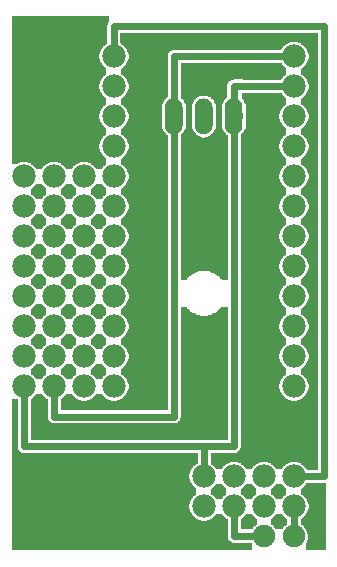
<source format=gtl>
G04 MADE WITH FRITZING*
G04 WWW.FRITZING.ORG*
G04 DOUBLE SIDED*
G04 HOLES PLATED*
G04 CONTOUR ON CENTER OF CONTOUR VECTOR*
%ASAXBY*%
%FSLAX23Y23*%
%MOIN*%
%OFA0B0*%
%SFA1.0B1.0*%
%ADD10C,0.075000*%
%ADD11C,0.060000*%
%ADD12C,0.078000*%
%ADD13C,0.024000*%
%ADD14R,0.001000X0.001000*%
%LNCOPPER1*%
G90*
G70*
G54D10*
X113Y1742D03*
X667Y1336D03*
X500Y1653D03*
X667Y745D03*
X119Y296D03*
G54D11*
X781Y1485D03*
X681Y1485D03*
X581Y1485D03*
X781Y1485D03*
X681Y1485D03*
X581Y1485D03*
G54D12*
X981Y1685D03*
X981Y1585D03*
X981Y1485D03*
X981Y1385D03*
X981Y1285D03*
X981Y1185D03*
X981Y1085D03*
X981Y985D03*
X981Y885D03*
X981Y785D03*
X981Y685D03*
X981Y585D03*
X381Y1685D03*
X381Y1585D03*
X381Y1485D03*
X381Y1385D03*
X381Y1285D03*
X381Y1185D03*
X381Y1085D03*
X381Y985D03*
X381Y885D03*
X381Y785D03*
X381Y685D03*
X381Y585D03*
X281Y1285D03*
X281Y1185D03*
X281Y1085D03*
X281Y985D03*
X281Y885D03*
X281Y785D03*
X281Y685D03*
X281Y585D03*
X181Y1285D03*
X181Y1185D03*
X181Y1085D03*
X181Y985D03*
X181Y885D03*
X181Y785D03*
X181Y685D03*
X181Y585D03*
X81Y1285D03*
X81Y1185D03*
X81Y1085D03*
X81Y985D03*
X81Y885D03*
X81Y785D03*
X81Y685D03*
X81Y585D03*
G54D10*
X881Y85D03*
X981Y85D03*
G54D12*
X981Y185D03*
X881Y185D03*
X781Y185D03*
X681Y185D03*
X981Y285D03*
X881Y285D03*
X781Y285D03*
X681Y285D03*
G54D13*
X582Y985D02*
X582Y686D01*
D02*
X582Y686D02*
X582Y484D01*
D02*
X582Y484D02*
X182Y484D01*
D02*
X182Y484D02*
X181Y555D01*
D02*
X581Y1454D02*
X582Y985D01*
D02*
X781Y385D02*
X682Y385D01*
D02*
X81Y385D02*
X81Y555D01*
D02*
X682Y385D02*
X81Y385D01*
D02*
X781Y1454D02*
X781Y385D01*
D02*
X682Y385D02*
X681Y315D01*
D02*
X582Y1685D02*
X951Y1685D01*
D02*
X581Y1516D02*
X582Y1685D01*
D02*
X781Y86D02*
X852Y85D01*
D02*
X781Y155D02*
X781Y86D01*
D02*
X981Y155D02*
X981Y113D01*
D02*
X1081Y285D02*
X1011Y285D01*
D02*
X1081Y1785D02*
X1081Y285D01*
D02*
X380Y1785D02*
X1081Y1785D01*
D02*
X381Y1715D02*
X380Y1785D01*
D02*
X780Y1585D02*
X781Y1516D01*
D02*
X951Y1585D02*
X780Y1585D01*
G36*
X40Y1818D02*
X40Y1334D01*
X288Y1334D01*
X288Y1332D01*
X294Y1332D01*
X294Y1330D01*
X300Y1330D01*
X300Y1328D01*
X304Y1328D01*
X304Y1326D01*
X306Y1326D01*
X306Y1324D01*
X310Y1324D01*
X310Y1322D01*
X312Y1322D01*
X312Y1320D01*
X314Y1320D01*
X314Y1318D01*
X316Y1318D01*
X316Y1316D01*
X318Y1316D01*
X318Y1314D01*
X320Y1314D01*
X320Y1310D01*
X342Y1310D01*
X342Y1312D01*
X344Y1312D01*
X344Y1316D01*
X346Y1316D01*
X346Y1318D01*
X348Y1318D01*
X348Y1320D01*
X350Y1320D01*
X350Y1322D01*
X354Y1322D01*
X354Y1324D01*
X356Y1324D01*
X356Y1344D01*
X354Y1344D01*
X354Y1346D01*
X352Y1346D01*
X352Y1348D01*
X350Y1348D01*
X350Y1350D01*
X348Y1350D01*
X348Y1352D01*
X346Y1352D01*
X346Y1354D01*
X344Y1354D01*
X344Y1356D01*
X342Y1356D01*
X342Y1358D01*
X340Y1358D01*
X340Y1362D01*
X338Y1362D01*
X338Y1366D01*
X336Y1366D01*
X336Y1370D01*
X334Y1370D01*
X334Y1376D01*
X332Y1376D01*
X332Y1392D01*
X334Y1392D01*
X334Y1398D01*
X336Y1398D01*
X336Y1404D01*
X338Y1404D01*
X338Y1408D01*
X340Y1408D01*
X340Y1410D01*
X342Y1410D01*
X342Y1412D01*
X344Y1412D01*
X344Y1416D01*
X346Y1416D01*
X346Y1418D01*
X348Y1418D01*
X348Y1420D01*
X350Y1420D01*
X350Y1422D01*
X354Y1422D01*
X354Y1424D01*
X356Y1424D01*
X356Y1444D01*
X354Y1444D01*
X354Y1446D01*
X352Y1446D01*
X352Y1448D01*
X350Y1448D01*
X350Y1450D01*
X348Y1450D01*
X348Y1452D01*
X346Y1452D01*
X346Y1454D01*
X344Y1454D01*
X344Y1456D01*
X342Y1456D01*
X342Y1458D01*
X340Y1458D01*
X340Y1462D01*
X338Y1462D01*
X338Y1466D01*
X336Y1466D01*
X336Y1470D01*
X334Y1470D01*
X334Y1476D01*
X332Y1476D01*
X332Y1492D01*
X334Y1492D01*
X334Y1498D01*
X336Y1498D01*
X336Y1504D01*
X338Y1504D01*
X338Y1508D01*
X340Y1508D01*
X340Y1510D01*
X342Y1510D01*
X342Y1512D01*
X344Y1512D01*
X344Y1516D01*
X346Y1516D01*
X346Y1518D01*
X348Y1518D01*
X348Y1520D01*
X350Y1520D01*
X350Y1522D01*
X354Y1522D01*
X354Y1524D01*
X356Y1524D01*
X356Y1544D01*
X354Y1544D01*
X354Y1546D01*
X352Y1546D01*
X352Y1548D01*
X350Y1548D01*
X350Y1550D01*
X348Y1550D01*
X348Y1552D01*
X346Y1552D01*
X346Y1554D01*
X344Y1554D01*
X344Y1556D01*
X342Y1556D01*
X342Y1558D01*
X340Y1558D01*
X340Y1562D01*
X338Y1562D01*
X338Y1566D01*
X336Y1566D01*
X336Y1570D01*
X334Y1570D01*
X334Y1576D01*
X332Y1576D01*
X332Y1592D01*
X334Y1592D01*
X334Y1598D01*
X336Y1598D01*
X336Y1604D01*
X338Y1604D01*
X338Y1608D01*
X340Y1608D01*
X340Y1610D01*
X342Y1610D01*
X342Y1612D01*
X344Y1612D01*
X344Y1616D01*
X346Y1616D01*
X346Y1618D01*
X348Y1618D01*
X348Y1620D01*
X350Y1620D01*
X350Y1622D01*
X354Y1622D01*
X354Y1624D01*
X356Y1624D01*
X356Y1644D01*
X354Y1644D01*
X354Y1646D01*
X352Y1646D01*
X352Y1648D01*
X350Y1648D01*
X350Y1650D01*
X348Y1650D01*
X348Y1652D01*
X346Y1652D01*
X346Y1654D01*
X344Y1654D01*
X344Y1656D01*
X342Y1656D01*
X342Y1658D01*
X340Y1658D01*
X340Y1662D01*
X338Y1662D01*
X338Y1666D01*
X336Y1666D01*
X336Y1670D01*
X334Y1670D01*
X334Y1676D01*
X332Y1676D01*
X332Y1692D01*
X334Y1692D01*
X334Y1698D01*
X336Y1698D01*
X336Y1704D01*
X338Y1704D01*
X338Y1708D01*
X340Y1708D01*
X340Y1710D01*
X342Y1710D01*
X342Y1712D01*
X344Y1712D01*
X344Y1716D01*
X346Y1716D01*
X346Y1718D01*
X348Y1718D01*
X348Y1720D01*
X350Y1720D01*
X350Y1722D01*
X354Y1722D01*
X354Y1724D01*
X356Y1724D01*
X356Y1726D01*
X358Y1726D01*
X358Y1790D01*
X360Y1790D01*
X360Y1796D01*
X362Y1796D01*
X362Y1798D01*
X364Y1798D01*
X364Y1818D01*
X40Y1818D01*
G37*
D02*
G36*
X40Y1334D02*
X40Y1326D01*
X60Y1326D01*
X60Y1328D01*
X62Y1328D01*
X62Y1330D01*
X68Y1330D01*
X68Y1332D01*
X74Y1332D01*
X74Y1334D01*
X40Y1334D01*
G37*
D02*
G36*
X88Y1334D02*
X88Y1332D01*
X94Y1332D01*
X94Y1330D01*
X100Y1330D01*
X100Y1328D01*
X104Y1328D01*
X104Y1326D01*
X106Y1326D01*
X106Y1324D01*
X110Y1324D01*
X110Y1322D01*
X112Y1322D01*
X112Y1320D01*
X114Y1320D01*
X114Y1318D01*
X116Y1318D01*
X116Y1316D01*
X118Y1316D01*
X118Y1314D01*
X120Y1314D01*
X120Y1310D01*
X142Y1310D01*
X142Y1312D01*
X144Y1312D01*
X144Y1316D01*
X146Y1316D01*
X146Y1318D01*
X148Y1318D01*
X148Y1320D01*
X150Y1320D01*
X150Y1322D01*
X154Y1322D01*
X154Y1324D01*
X156Y1324D01*
X156Y1326D01*
X160Y1326D01*
X160Y1328D01*
X162Y1328D01*
X162Y1330D01*
X168Y1330D01*
X168Y1332D01*
X174Y1332D01*
X174Y1334D01*
X88Y1334D01*
G37*
D02*
G36*
X188Y1334D02*
X188Y1332D01*
X194Y1332D01*
X194Y1330D01*
X200Y1330D01*
X200Y1328D01*
X204Y1328D01*
X204Y1326D01*
X206Y1326D01*
X206Y1324D01*
X210Y1324D01*
X210Y1322D01*
X212Y1322D01*
X212Y1320D01*
X214Y1320D01*
X214Y1318D01*
X216Y1318D01*
X216Y1316D01*
X218Y1316D01*
X218Y1314D01*
X220Y1314D01*
X220Y1310D01*
X242Y1310D01*
X242Y1312D01*
X244Y1312D01*
X244Y1316D01*
X246Y1316D01*
X246Y1318D01*
X248Y1318D01*
X248Y1320D01*
X250Y1320D01*
X250Y1322D01*
X254Y1322D01*
X254Y1324D01*
X256Y1324D01*
X256Y1326D01*
X260Y1326D01*
X260Y1328D01*
X262Y1328D01*
X262Y1330D01*
X268Y1330D01*
X268Y1332D01*
X274Y1332D01*
X274Y1334D01*
X188Y1334D01*
G37*
D02*
G36*
X604Y1662D02*
X604Y1608D01*
X810Y1608D01*
X810Y1606D01*
X938Y1606D01*
X938Y1608D01*
X940Y1608D01*
X940Y1610D01*
X942Y1610D01*
X942Y1612D01*
X944Y1612D01*
X944Y1616D01*
X946Y1616D01*
X946Y1618D01*
X948Y1618D01*
X948Y1620D01*
X950Y1620D01*
X950Y1622D01*
X954Y1622D01*
X954Y1624D01*
X956Y1624D01*
X956Y1644D01*
X954Y1644D01*
X954Y1646D01*
X952Y1646D01*
X952Y1648D01*
X950Y1648D01*
X950Y1650D01*
X948Y1650D01*
X948Y1652D01*
X946Y1652D01*
X946Y1654D01*
X944Y1654D01*
X944Y1656D01*
X942Y1656D01*
X942Y1658D01*
X940Y1658D01*
X940Y1662D01*
X604Y1662D01*
G37*
D02*
G36*
X604Y1608D02*
X604Y1554D01*
X690Y1554D01*
X690Y1552D01*
X696Y1552D01*
X696Y1550D01*
X700Y1550D01*
X700Y1548D01*
X704Y1548D01*
X704Y1546D01*
X706Y1546D01*
X706Y1544D01*
X708Y1544D01*
X708Y1542D01*
X710Y1542D01*
X710Y1540D01*
X712Y1540D01*
X712Y1538D01*
X714Y1538D01*
X714Y1534D01*
X716Y1534D01*
X716Y1530D01*
X718Y1530D01*
X718Y1526D01*
X720Y1526D01*
X720Y1516D01*
X722Y1516D01*
X722Y1452D01*
X720Y1452D01*
X720Y1444D01*
X718Y1444D01*
X718Y1438D01*
X716Y1438D01*
X716Y1434D01*
X714Y1434D01*
X714Y1432D01*
X712Y1432D01*
X712Y1430D01*
X710Y1430D01*
X710Y1428D01*
X708Y1428D01*
X708Y1426D01*
X706Y1426D01*
X706Y1424D01*
X704Y1424D01*
X704Y1422D01*
X702Y1422D01*
X702Y1420D01*
X698Y1420D01*
X698Y1418D01*
X694Y1418D01*
X694Y1416D01*
X686Y1416D01*
X686Y1414D01*
X760Y1414D01*
X760Y1422D01*
X758Y1422D01*
X758Y1424D01*
X756Y1424D01*
X756Y1426D01*
X754Y1426D01*
X754Y1428D01*
X752Y1428D01*
X752Y1430D01*
X750Y1430D01*
X750Y1432D01*
X748Y1432D01*
X748Y1436D01*
X746Y1436D01*
X746Y1438D01*
X744Y1438D01*
X744Y1444D01*
X742Y1444D01*
X742Y1526D01*
X744Y1526D01*
X744Y1530D01*
X746Y1530D01*
X746Y1534D01*
X748Y1534D01*
X748Y1538D01*
X750Y1538D01*
X750Y1540D01*
X752Y1540D01*
X752Y1542D01*
X754Y1542D01*
X754Y1544D01*
X756Y1544D01*
X756Y1546D01*
X758Y1546D01*
X758Y1592D01*
X760Y1592D01*
X760Y1596D01*
X762Y1596D01*
X762Y1598D01*
X764Y1598D01*
X764Y1602D01*
X768Y1602D01*
X768Y1604D01*
X770Y1604D01*
X770Y1606D01*
X780Y1606D01*
X780Y1608D01*
X604Y1608D01*
G37*
D02*
G36*
X604Y1554D02*
X604Y1546D01*
X606Y1546D01*
X606Y1544D01*
X608Y1544D01*
X608Y1542D01*
X610Y1542D01*
X610Y1540D01*
X612Y1540D01*
X612Y1538D01*
X614Y1538D01*
X614Y1534D01*
X616Y1534D01*
X616Y1530D01*
X618Y1530D01*
X618Y1526D01*
X620Y1526D01*
X620Y1516D01*
X622Y1516D01*
X622Y1452D01*
X620Y1452D01*
X620Y1444D01*
X618Y1444D01*
X618Y1438D01*
X616Y1438D01*
X616Y1434D01*
X614Y1434D01*
X614Y1432D01*
X612Y1432D01*
X612Y1430D01*
X610Y1430D01*
X610Y1428D01*
X608Y1428D01*
X608Y1426D01*
X606Y1426D01*
X606Y1424D01*
X604Y1424D01*
X604Y1414D01*
X676Y1414D01*
X676Y1416D01*
X668Y1416D01*
X668Y1418D01*
X664Y1418D01*
X664Y1420D01*
X660Y1420D01*
X660Y1422D01*
X658Y1422D01*
X658Y1424D01*
X656Y1424D01*
X656Y1426D01*
X654Y1426D01*
X654Y1428D01*
X652Y1428D01*
X652Y1430D01*
X650Y1430D01*
X650Y1432D01*
X648Y1432D01*
X648Y1436D01*
X646Y1436D01*
X646Y1438D01*
X644Y1438D01*
X644Y1444D01*
X642Y1444D01*
X642Y1526D01*
X644Y1526D01*
X644Y1530D01*
X646Y1530D01*
X646Y1534D01*
X648Y1534D01*
X648Y1538D01*
X650Y1538D01*
X650Y1540D01*
X652Y1540D01*
X652Y1542D01*
X654Y1542D01*
X654Y1544D01*
X656Y1544D01*
X656Y1546D01*
X658Y1546D01*
X658Y1548D01*
X662Y1548D01*
X662Y1550D01*
X666Y1550D01*
X666Y1552D01*
X672Y1552D01*
X672Y1554D01*
X604Y1554D01*
G37*
D02*
G36*
X604Y1414D02*
X604Y1412D01*
X760Y1412D01*
X760Y1414D01*
X604Y1414D01*
G37*
D02*
G36*
X604Y1414D02*
X604Y1412D01*
X760Y1412D01*
X760Y1414D01*
X604Y1414D01*
G37*
D02*
G36*
X604Y1412D02*
X604Y970D01*
X690Y970D01*
X690Y968D01*
X700Y968D01*
X700Y966D01*
X706Y966D01*
X706Y964D01*
X710Y964D01*
X710Y962D01*
X714Y962D01*
X714Y960D01*
X718Y960D01*
X718Y958D01*
X722Y958D01*
X722Y956D01*
X724Y956D01*
X724Y954D01*
X726Y954D01*
X726Y952D01*
X730Y952D01*
X730Y950D01*
X732Y950D01*
X732Y948D01*
X734Y948D01*
X734Y946D01*
X736Y946D01*
X736Y944D01*
X738Y944D01*
X738Y942D01*
X740Y942D01*
X740Y938D01*
X760Y938D01*
X760Y1412D01*
X604Y1412D01*
G37*
D02*
G36*
X604Y970D02*
X604Y940D01*
X624Y940D01*
X624Y944D01*
X626Y944D01*
X626Y946D01*
X628Y946D01*
X628Y948D01*
X630Y948D01*
X630Y950D01*
X632Y950D01*
X632Y952D01*
X636Y952D01*
X636Y954D01*
X638Y954D01*
X638Y956D01*
X640Y956D01*
X640Y958D01*
X644Y958D01*
X644Y960D01*
X648Y960D01*
X648Y962D01*
X652Y962D01*
X652Y964D01*
X656Y964D01*
X656Y966D01*
X662Y966D01*
X662Y968D01*
X672Y968D01*
X672Y970D01*
X604Y970D01*
G37*
D02*
G36*
X402Y1762D02*
X402Y1734D01*
X988Y1734D01*
X988Y1732D01*
X994Y1732D01*
X994Y1730D01*
X1000Y1730D01*
X1000Y1728D01*
X1004Y1728D01*
X1004Y1726D01*
X1006Y1726D01*
X1006Y1724D01*
X1010Y1724D01*
X1010Y1722D01*
X1012Y1722D01*
X1012Y1720D01*
X1014Y1720D01*
X1014Y1718D01*
X1016Y1718D01*
X1016Y1716D01*
X1018Y1716D01*
X1018Y1714D01*
X1020Y1714D01*
X1020Y1710D01*
X1022Y1710D01*
X1022Y1708D01*
X1024Y1708D01*
X1024Y1704D01*
X1026Y1704D01*
X1026Y1700D01*
X1028Y1700D01*
X1028Y1694D01*
X1030Y1694D01*
X1030Y1676D01*
X1028Y1676D01*
X1028Y1670D01*
X1026Y1670D01*
X1026Y1666D01*
X1024Y1666D01*
X1024Y1662D01*
X1022Y1662D01*
X1022Y1658D01*
X1020Y1658D01*
X1020Y1656D01*
X1018Y1656D01*
X1018Y1654D01*
X1016Y1654D01*
X1016Y1652D01*
X1014Y1652D01*
X1014Y1650D01*
X1012Y1650D01*
X1012Y1648D01*
X1010Y1648D01*
X1010Y1646D01*
X1008Y1646D01*
X1008Y1644D01*
X1006Y1644D01*
X1006Y1624D01*
X1010Y1624D01*
X1010Y1622D01*
X1012Y1622D01*
X1012Y1620D01*
X1014Y1620D01*
X1014Y1618D01*
X1016Y1618D01*
X1016Y1616D01*
X1018Y1616D01*
X1018Y1614D01*
X1020Y1614D01*
X1020Y1610D01*
X1022Y1610D01*
X1022Y1608D01*
X1024Y1608D01*
X1024Y1604D01*
X1026Y1604D01*
X1026Y1600D01*
X1028Y1600D01*
X1028Y1594D01*
X1030Y1594D01*
X1030Y1576D01*
X1028Y1576D01*
X1028Y1570D01*
X1026Y1570D01*
X1026Y1566D01*
X1024Y1566D01*
X1024Y1562D01*
X1022Y1562D01*
X1022Y1558D01*
X1020Y1558D01*
X1020Y1556D01*
X1018Y1556D01*
X1018Y1554D01*
X1016Y1554D01*
X1016Y1552D01*
X1014Y1552D01*
X1014Y1550D01*
X1012Y1550D01*
X1012Y1548D01*
X1010Y1548D01*
X1010Y1546D01*
X1008Y1546D01*
X1008Y1544D01*
X1006Y1544D01*
X1006Y1524D01*
X1010Y1524D01*
X1010Y1522D01*
X1012Y1522D01*
X1012Y1520D01*
X1014Y1520D01*
X1014Y1518D01*
X1016Y1518D01*
X1016Y1516D01*
X1018Y1516D01*
X1018Y1514D01*
X1020Y1514D01*
X1020Y1510D01*
X1022Y1510D01*
X1022Y1508D01*
X1024Y1508D01*
X1024Y1504D01*
X1026Y1504D01*
X1026Y1500D01*
X1028Y1500D01*
X1028Y1494D01*
X1030Y1494D01*
X1030Y1476D01*
X1028Y1476D01*
X1028Y1470D01*
X1026Y1470D01*
X1026Y1466D01*
X1024Y1466D01*
X1024Y1462D01*
X1022Y1462D01*
X1022Y1458D01*
X1020Y1458D01*
X1020Y1456D01*
X1018Y1456D01*
X1018Y1454D01*
X1016Y1454D01*
X1016Y1452D01*
X1014Y1452D01*
X1014Y1450D01*
X1012Y1450D01*
X1012Y1448D01*
X1010Y1448D01*
X1010Y1446D01*
X1008Y1446D01*
X1008Y1444D01*
X1006Y1444D01*
X1006Y1424D01*
X1010Y1424D01*
X1010Y1422D01*
X1012Y1422D01*
X1012Y1420D01*
X1014Y1420D01*
X1014Y1418D01*
X1016Y1418D01*
X1016Y1416D01*
X1018Y1416D01*
X1018Y1414D01*
X1020Y1414D01*
X1020Y1410D01*
X1022Y1410D01*
X1022Y1408D01*
X1024Y1408D01*
X1024Y1404D01*
X1026Y1404D01*
X1026Y1400D01*
X1028Y1400D01*
X1028Y1394D01*
X1030Y1394D01*
X1030Y1376D01*
X1028Y1376D01*
X1028Y1370D01*
X1026Y1370D01*
X1026Y1366D01*
X1024Y1366D01*
X1024Y1362D01*
X1022Y1362D01*
X1022Y1358D01*
X1020Y1358D01*
X1020Y1356D01*
X1018Y1356D01*
X1018Y1354D01*
X1016Y1354D01*
X1016Y1352D01*
X1014Y1352D01*
X1014Y1350D01*
X1012Y1350D01*
X1012Y1348D01*
X1010Y1348D01*
X1010Y1346D01*
X1008Y1346D01*
X1008Y1344D01*
X1006Y1344D01*
X1006Y1324D01*
X1010Y1324D01*
X1010Y1322D01*
X1012Y1322D01*
X1012Y1320D01*
X1014Y1320D01*
X1014Y1318D01*
X1016Y1318D01*
X1016Y1316D01*
X1018Y1316D01*
X1018Y1314D01*
X1020Y1314D01*
X1020Y1310D01*
X1022Y1310D01*
X1022Y1308D01*
X1024Y1308D01*
X1024Y1304D01*
X1026Y1304D01*
X1026Y1300D01*
X1028Y1300D01*
X1028Y1294D01*
X1030Y1294D01*
X1030Y1276D01*
X1028Y1276D01*
X1028Y1270D01*
X1026Y1270D01*
X1026Y1266D01*
X1024Y1266D01*
X1024Y1262D01*
X1022Y1262D01*
X1022Y1258D01*
X1020Y1258D01*
X1020Y1256D01*
X1018Y1256D01*
X1018Y1254D01*
X1016Y1254D01*
X1016Y1252D01*
X1014Y1252D01*
X1014Y1250D01*
X1012Y1250D01*
X1012Y1248D01*
X1010Y1248D01*
X1010Y1246D01*
X1008Y1246D01*
X1008Y1244D01*
X1006Y1244D01*
X1006Y1224D01*
X1010Y1224D01*
X1010Y1222D01*
X1012Y1222D01*
X1012Y1220D01*
X1014Y1220D01*
X1014Y1218D01*
X1016Y1218D01*
X1016Y1216D01*
X1018Y1216D01*
X1018Y1214D01*
X1020Y1214D01*
X1020Y1210D01*
X1022Y1210D01*
X1022Y1208D01*
X1024Y1208D01*
X1024Y1204D01*
X1026Y1204D01*
X1026Y1200D01*
X1028Y1200D01*
X1028Y1194D01*
X1030Y1194D01*
X1030Y1176D01*
X1028Y1176D01*
X1028Y1170D01*
X1026Y1170D01*
X1026Y1166D01*
X1024Y1166D01*
X1024Y1162D01*
X1022Y1162D01*
X1022Y1158D01*
X1020Y1158D01*
X1020Y1156D01*
X1018Y1156D01*
X1018Y1154D01*
X1016Y1154D01*
X1016Y1152D01*
X1014Y1152D01*
X1014Y1150D01*
X1012Y1150D01*
X1012Y1148D01*
X1010Y1148D01*
X1010Y1146D01*
X1008Y1146D01*
X1008Y1144D01*
X1006Y1144D01*
X1006Y1124D01*
X1010Y1124D01*
X1010Y1122D01*
X1012Y1122D01*
X1012Y1120D01*
X1014Y1120D01*
X1014Y1118D01*
X1016Y1118D01*
X1016Y1116D01*
X1018Y1116D01*
X1018Y1114D01*
X1020Y1114D01*
X1020Y1110D01*
X1022Y1110D01*
X1022Y1108D01*
X1024Y1108D01*
X1024Y1104D01*
X1026Y1104D01*
X1026Y1100D01*
X1028Y1100D01*
X1028Y1094D01*
X1030Y1094D01*
X1030Y1076D01*
X1028Y1076D01*
X1028Y1070D01*
X1026Y1070D01*
X1026Y1066D01*
X1024Y1066D01*
X1024Y1062D01*
X1022Y1062D01*
X1022Y1058D01*
X1020Y1058D01*
X1020Y1056D01*
X1018Y1056D01*
X1018Y1054D01*
X1016Y1054D01*
X1016Y1052D01*
X1014Y1052D01*
X1014Y1050D01*
X1012Y1050D01*
X1012Y1048D01*
X1010Y1048D01*
X1010Y1046D01*
X1008Y1046D01*
X1008Y1044D01*
X1006Y1044D01*
X1006Y1024D01*
X1010Y1024D01*
X1010Y1022D01*
X1012Y1022D01*
X1012Y1020D01*
X1014Y1020D01*
X1014Y1018D01*
X1016Y1018D01*
X1016Y1016D01*
X1018Y1016D01*
X1018Y1014D01*
X1020Y1014D01*
X1020Y1010D01*
X1022Y1010D01*
X1022Y1008D01*
X1024Y1008D01*
X1024Y1004D01*
X1026Y1004D01*
X1026Y1000D01*
X1028Y1000D01*
X1028Y994D01*
X1030Y994D01*
X1030Y976D01*
X1028Y976D01*
X1028Y970D01*
X1026Y970D01*
X1026Y966D01*
X1024Y966D01*
X1024Y962D01*
X1022Y962D01*
X1022Y958D01*
X1020Y958D01*
X1020Y956D01*
X1018Y956D01*
X1018Y954D01*
X1016Y954D01*
X1016Y952D01*
X1014Y952D01*
X1014Y950D01*
X1012Y950D01*
X1012Y948D01*
X1010Y948D01*
X1010Y946D01*
X1008Y946D01*
X1008Y944D01*
X1006Y944D01*
X1006Y924D01*
X1010Y924D01*
X1010Y922D01*
X1012Y922D01*
X1012Y920D01*
X1014Y920D01*
X1014Y918D01*
X1016Y918D01*
X1016Y916D01*
X1018Y916D01*
X1018Y914D01*
X1020Y914D01*
X1020Y910D01*
X1022Y910D01*
X1022Y908D01*
X1024Y908D01*
X1024Y904D01*
X1026Y904D01*
X1026Y900D01*
X1028Y900D01*
X1028Y894D01*
X1030Y894D01*
X1030Y876D01*
X1028Y876D01*
X1028Y870D01*
X1026Y870D01*
X1026Y866D01*
X1024Y866D01*
X1024Y862D01*
X1022Y862D01*
X1022Y858D01*
X1020Y858D01*
X1020Y856D01*
X1018Y856D01*
X1018Y854D01*
X1016Y854D01*
X1016Y852D01*
X1014Y852D01*
X1014Y850D01*
X1012Y850D01*
X1012Y848D01*
X1010Y848D01*
X1010Y846D01*
X1008Y846D01*
X1008Y844D01*
X1006Y844D01*
X1006Y824D01*
X1010Y824D01*
X1010Y822D01*
X1012Y822D01*
X1012Y820D01*
X1014Y820D01*
X1014Y818D01*
X1016Y818D01*
X1016Y816D01*
X1018Y816D01*
X1018Y814D01*
X1020Y814D01*
X1020Y810D01*
X1022Y810D01*
X1022Y808D01*
X1024Y808D01*
X1024Y804D01*
X1026Y804D01*
X1026Y800D01*
X1028Y800D01*
X1028Y794D01*
X1030Y794D01*
X1030Y776D01*
X1028Y776D01*
X1028Y770D01*
X1026Y770D01*
X1026Y766D01*
X1024Y766D01*
X1024Y762D01*
X1022Y762D01*
X1022Y758D01*
X1020Y758D01*
X1020Y756D01*
X1018Y756D01*
X1018Y754D01*
X1016Y754D01*
X1016Y752D01*
X1014Y752D01*
X1014Y750D01*
X1012Y750D01*
X1012Y748D01*
X1010Y748D01*
X1010Y746D01*
X1008Y746D01*
X1008Y744D01*
X1006Y744D01*
X1006Y724D01*
X1010Y724D01*
X1010Y722D01*
X1012Y722D01*
X1012Y720D01*
X1014Y720D01*
X1014Y718D01*
X1016Y718D01*
X1016Y716D01*
X1018Y716D01*
X1018Y714D01*
X1020Y714D01*
X1020Y710D01*
X1022Y710D01*
X1022Y708D01*
X1024Y708D01*
X1024Y704D01*
X1026Y704D01*
X1026Y700D01*
X1028Y700D01*
X1028Y694D01*
X1030Y694D01*
X1030Y676D01*
X1028Y676D01*
X1028Y670D01*
X1026Y670D01*
X1026Y666D01*
X1024Y666D01*
X1024Y662D01*
X1022Y662D01*
X1022Y658D01*
X1020Y658D01*
X1020Y656D01*
X1018Y656D01*
X1018Y654D01*
X1016Y654D01*
X1016Y652D01*
X1014Y652D01*
X1014Y650D01*
X1012Y650D01*
X1012Y648D01*
X1010Y648D01*
X1010Y646D01*
X1008Y646D01*
X1008Y644D01*
X1006Y644D01*
X1006Y624D01*
X1010Y624D01*
X1010Y622D01*
X1012Y622D01*
X1012Y620D01*
X1014Y620D01*
X1014Y618D01*
X1016Y618D01*
X1016Y616D01*
X1018Y616D01*
X1018Y614D01*
X1020Y614D01*
X1020Y610D01*
X1022Y610D01*
X1022Y608D01*
X1024Y608D01*
X1024Y604D01*
X1026Y604D01*
X1026Y600D01*
X1028Y600D01*
X1028Y594D01*
X1030Y594D01*
X1030Y576D01*
X1028Y576D01*
X1028Y570D01*
X1026Y570D01*
X1026Y566D01*
X1024Y566D01*
X1024Y562D01*
X1022Y562D01*
X1022Y558D01*
X1020Y558D01*
X1020Y556D01*
X1018Y556D01*
X1018Y554D01*
X1016Y554D01*
X1016Y552D01*
X1014Y552D01*
X1014Y550D01*
X1012Y550D01*
X1012Y548D01*
X1010Y548D01*
X1010Y546D01*
X1008Y546D01*
X1008Y544D01*
X1004Y544D01*
X1004Y542D01*
X1000Y542D01*
X1000Y540D01*
X996Y540D01*
X996Y538D01*
X992Y538D01*
X992Y536D01*
X1060Y536D01*
X1060Y1762D01*
X402Y1762D01*
G37*
D02*
G36*
X402Y1734D02*
X402Y1728D01*
X404Y1728D01*
X404Y1726D01*
X406Y1726D01*
X406Y1724D01*
X410Y1724D01*
X410Y1722D01*
X412Y1722D01*
X412Y1720D01*
X414Y1720D01*
X414Y1718D01*
X416Y1718D01*
X416Y1716D01*
X418Y1716D01*
X418Y1714D01*
X420Y1714D01*
X420Y1710D01*
X422Y1710D01*
X422Y1708D01*
X424Y1708D01*
X424Y1704D01*
X426Y1704D01*
X426Y1700D01*
X428Y1700D01*
X428Y1694D01*
X430Y1694D01*
X430Y1676D01*
X428Y1676D01*
X428Y1670D01*
X426Y1670D01*
X426Y1666D01*
X424Y1666D01*
X424Y1662D01*
X422Y1662D01*
X422Y1658D01*
X420Y1658D01*
X420Y1656D01*
X418Y1656D01*
X418Y1654D01*
X416Y1654D01*
X416Y1652D01*
X414Y1652D01*
X414Y1650D01*
X412Y1650D01*
X412Y1648D01*
X410Y1648D01*
X410Y1646D01*
X408Y1646D01*
X408Y1644D01*
X406Y1644D01*
X406Y1624D01*
X410Y1624D01*
X410Y1622D01*
X412Y1622D01*
X412Y1620D01*
X414Y1620D01*
X414Y1618D01*
X416Y1618D01*
X416Y1616D01*
X418Y1616D01*
X418Y1614D01*
X420Y1614D01*
X420Y1610D01*
X422Y1610D01*
X422Y1608D01*
X424Y1608D01*
X424Y1604D01*
X426Y1604D01*
X426Y1600D01*
X428Y1600D01*
X428Y1594D01*
X430Y1594D01*
X430Y1576D01*
X428Y1576D01*
X428Y1570D01*
X426Y1570D01*
X426Y1566D01*
X424Y1566D01*
X424Y1562D01*
X422Y1562D01*
X422Y1558D01*
X420Y1558D01*
X420Y1556D01*
X418Y1556D01*
X418Y1554D01*
X416Y1554D01*
X416Y1552D01*
X414Y1552D01*
X414Y1550D01*
X412Y1550D01*
X412Y1548D01*
X410Y1548D01*
X410Y1546D01*
X408Y1546D01*
X408Y1544D01*
X406Y1544D01*
X406Y1524D01*
X410Y1524D01*
X410Y1522D01*
X412Y1522D01*
X412Y1520D01*
X414Y1520D01*
X414Y1518D01*
X416Y1518D01*
X416Y1516D01*
X418Y1516D01*
X418Y1514D01*
X420Y1514D01*
X420Y1510D01*
X422Y1510D01*
X422Y1508D01*
X424Y1508D01*
X424Y1504D01*
X426Y1504D01*
X426Y1500D01*
X428Y1500D01*
X428Y1494D01*
X430Y1494D01*
X430Y1476D01*
X428Y1476D01*
X428Y1470D01*
X426Y1470D01*
X426Y1466D01*
X424Y1466D01*
X424Y1462D01*
X422Y1462D01*
X422Y1458D01*
X420Y1458D01*
X420Y1456D01*
X418Y1456D01*
X418Y1454D01*
X416Y1454D01*
X416Y1452D01*
X414Y1452D01*
X414Y1450D01*
X412Y1450D01*
X412Y1448D01*
X410Y1448D01*
X410Y1446D01*
X408Y1446D01*
X408Y1444D01*
X406Y1444D01*
X406Y1424D01*
X410Y1424D01*
X410Y1422D01*
X412Y1422D01*
X412Y1420D01*
X414Y1420D01*
X414Y1418D01*
X416Y1418D01*
X416Y1416D01*
X418Y1416D01*
X418Y1414D01*
X420Y1414D01*
X420Y1410D01*
X422Y1410D01*
X422Y1408D01*
X424Y1408D01*
X424Y1404D01*
X426Y1404D01*
X426Y1400D01*
X428Y1400D01*
X428Y1394D01*
X430Y1394D01*
X430Y1376D01*
X428Y1376D01*
X428Y1370D01*
X426Y1370D01*
X426Y1366D01*
X424Y1366D01*
X424Y1362D01*
X422Y1362D01*
X422Y1358D01*
X420Y1358D01*
X420Y1356D01*
X418Y1356D01*
X418Y1354D01*
X416Y1354D01*
X416Y1352D01*
X414Y1352D01*
X414Y1350D01*
X412Y1350D01*
X412Y1348D01*
X410Y1348D01*
X410Y1346D01*
X408Y1346D01*
X408Y1344D01*
X406Y1344D01*
X406Y1324D01*
X410Y1324D01*
X410Y1322D01*
X412Y1322D01*
X412Y1320D01*
X414Y1320D01*
X414Y1318D01*
X416Y1318D01*
X416Y1316D01*
X418Y1316D01*
X418Y1314D01*
X420Y1314D01*
X420Y1310D01*
X422Y1310D01*
X422Y1308D01*
X424Y1308D01*
X424Y1304D01*
X426Y1304D01*
X426Y1300D01*
X428Y1300D01*
X428Y1294D01*
X430Y1294D01*
X430Y1276D01*
X428Y1276D01*
X428Y1270D01*
X426Y1270D01*
X426Y1266D01*
X424Y1266D01*
X424Y1262D01*
X422Y1262D01*
X422Y1258D01*
X420Y1258D01*
X420Y1256D01*
X418Y1256D01*
X418Y1254D01*
X416Y1254D01*
X416Y1252D01*
X414Y1252D01*
X414Y1250D01*
X412Y1250D01*
X412Y1248D01*
X410Y1248D01*
X410Y1246D01*
X408Y1246D01*
X408Y1244D01*
X406Y1244D01*
X406Y1224D01*
X410Y1224D01*
X410Y1222D01*
X412Y1222D01*
X412Y1220D01*
X414Y1220D01*
X414Y1218D01*
X416Y1218D01*
X416Y1216D01*
X418Y1216D01*
X418Y1214D01*
X420Y1214D01*
X420Y1210D01*
X422Y1210D01*
X422Y1208D01*
X424Y1208D01*
X424Y1204D01*
X426Y1204D01*
X426Y1200D01*
X428Y1200D01*
X428Y1194D01*
X430Y1194D01*
X430Y1176D01*
X428Y1176D01*
X428Y1170D01*
X426Y1170D01*
X426Y1166D01*
X424Y1166D01*
X424Y1162D01*
X422Y1162D01*
X422Y1158D01*
X420Y1158D01*
X420Y1156D01*
X418Y1156D01*
X418Y1154D01*
X416Y1154D01*
X416Y1152D01*
X414Y1152D01*
X414Y1150D01*
X412Y1150D01*
X412Y1148D01*
X410Y1148D01*
X410Y1146D01*
X408Y1146D01*
X408Y1144D01*
X406Y1144D01*
X406Y1124D01*
X410Y1124D01*
X410Y1122D01*
X412Y1122D01*
X412Y1120D01*
X414Y1120D01*
X414Y1118D01*
X416Y1118D01*
X416Y1116D01*
X418Y1116D01*
X418Y1114D01*
X420Y1114D01*
X420Y1110D01*
X422Y1110D01*
X422Y1108D01*
X424Y1108D01*
X424Y1104D01*
X426Y1104D01*
X426Y1100D01*
X428Y1100D01*
X428Y1094D01*
X430Y1094D01*
X430Y1076D01*
X428Y1076D01*
X428Y1070D01*
X426Y1070D01*
X426Y1066D01*
X424Y1066D01*
X424Y1062D01*
X422Y1062D01*
X422Y1058D01*
X420Y1058D01*
X420Y1056D01*
X418Y1056D01*
X418Y1054D01*
X416Y1054D01*
X416Y1052D01*
X414Y1052D01*
X414Y1050D01*
X412Y1050D01*
X412Y1048D01*
X410Y1048D01*
X410Y1046D01*
X408Y1046D01*
X408Y1044D01*
X406Y1044D01*
X406Y1024D01*
X410Y1024D01*
X410Y1022D01*
X412Y1022D01*
X412Y1020D01*
X414Y1020D01*
X414Y1018D01*
X416Y1018D01*
X416Y1016D01*
X418Y1016D01*
X418Y1014D01*
X420Y1014D01*
X420Y1010D01*
X422Y1010D01*
X422Y1008D01*
X424Y1008D01*
X424Y1004D01*
X426Y1004D01*
X426Y1000D01*
X428Y1000D01*
X428Y994D01*
X430Y994D01*
X430Y976D01*
X428Y976D01*
X428Y970D01*
X426Y970D01*
X426Y966D01*
X424Y966D01*
X424Y962D01*
X422Y962D01*
X422Y958D01*
X420Y958D01*
X420Y956D01*
X418Y956D01*
X418Y954D01*
X416Y954D01*
X416Y952D01*
X414Y952D01*
X414Y950D01*
X412Y950D01*
X412Y948D01*
X410Y948D01*
X410Y946D01*
X408Y946D01*
X408Y944D01*
X406Y944D01*
X406Y924D01*
X410Y924D01*
X410Y922D01*
X412Y922D01*
X412Y920D01*
X414Y920D01*
X414Y918D01*
X416Y918D01*
X416Y916D01*
X418Y916D01*
X418Y914D01*
X420Y914D01*
X420Y910D01*
X422Y910D01*
X422Y908D01*
X424Y908D01*
X424Y904D01*
X426Y904D01*
X426Y900D01*
X428Y900D01*
X428Y894D01*
X430Y894D01*
X430Y876D01*
X428Y876D01*
X428Y870D01*
X426Y870D01*
X426Y866D01*
X424Y866D01*
X424Y862D01*
X422Y862D01*
X422Y858D01*
X420Y858D01*
X420Y856D01*
X418Y856D01*
X418Y854D01*
X416Y854D01*
X416Y852D01*
X414Y852D01*
X414Y850D01*
X412Y850D01*
X412Y848D01*
X410Y848D01*
X410Y846D01*
X408Y846D01*
X408Y844D01*
X406Y844D01*
X406Y824D01*
X410Y824D01*
X410Y822D01*
X412Y822D01*
X412Y820D01*
X414Y820D01*
X414Y818D01*
X416Y818D01*
X416Y816D01*
X418Y816D01*
X418Y814D01*
X420Y814D01*
X420Y810D01*
X422Y810D01*
X422Y808D01*
X424Y808D01*
X424Y804D01*
X426Y804D01*
X426Y800D01*
X428Y800D01*
X428Y794D01*
X430Y794D01*
X430Y776D01*
X428Y776D01*
X428Y770D01*
X426Y770D01*
X426Y766D01*
X424Y766D01*
X424Y762D01*
X422Y762D01*
X422Y758D01*
X420Y758D01*
X420Y756D01*
X418Y756D01*
X418Y754D01*
X416Y754D01*
X416Y752D01*
X414Y752D01*
X414Y750D01*
X412Y750D01*
X412Y748D01*
X410Y748D01*
X410Y746D01*
X408Y746D01*
X408Y744D01*
X406Y744D01*
X406Y724D01*
X410Y724D01*
X410Y722D01*
X412Y722D01*
X412Y720D01*
X414Y720D01*
X414Y718D01*
X416Y718D01*
X416Y716D01*
X418Y716D01*
X418Y714D01*
X420Y714D01*
X420Y710D01*
X422Y710D01*
X422Y708D01*
X424Y708D01*
X424Y704D01*
X426Y704D01*
X426Y700D01*
X428Y700D01*
X428Y694D01*
X430Y694D01*
X430Y676D01*
X428Y676D01*
X428Y670D01*
X426Y670D01*
X426Y666D01*
X424Y666D01*
X424Y662D01*
X422Y662D01*
X422Y658D01*
X420Y658D01*
X420Y656D01*
X418Y656D01*
X418Y654D01*
X416Y654D01*
X416Y652D01*
X414Y652D01*
X414Y650D01*
X412Y650D01*
X412Y648D01*
X410Y648D01*
X410Y646D01*
X408Y646D01*
X408Y644D01*
X406Y644D01*
X406Y624D01*
X410Y624D01*
X410Y622D01*
X412Y622D01*
X412Y620D01*
X414Y620D01*
X414Y618D01*
X416Y618D01*
X416Y616D01*
X418Y616D01*
X418Y614D01*
X420Y614D01*
X420Y610D01*
X422Y610D01*
X422Y608D01*
X424Y608D01*
X424Y604D01*
X426Y604D01*
X426Y600D01*
X428Y600D01*
X428Y594D01*
X430Y594D01*
X430Y576D01*
X428Y576D01*
X428Y570D01*
X426Y570D01*
X426Y566D01*
X424Y566D01*
X424Y562D01*
X422Y562D01*
X422Y558D01*
X420Y558D01*
X420Y556D01*
X418Y556D01*
X418Y554D01*
X416Y554D01*
X416Y552D01*
X414Y552D01*
X414Y550D01*
X412Y550D01*
X412Y548D01*
X410Y548D01*
X410Y546D01*
X408Y546D01*
X408Y544D01*
X404Y544D01*
X404Y542D01*
X400Y542D01*
X400Y540D01*
X396Y540D01*
X396Y538D01*
X392Y538D01*
X392Y536D01*
X560Y536D01*
X560Y1422D01*
X558Y1422D01*
X558Y1424D01*
X556Y1424D01*
X556Y1426D01*
X554Y1426D01*
X554Y1428D01*
X552Y1428D01*
X552Y1430D01*
X550Y1430D01*
X550Y1432D01*
X548Y1432D01*
X548Y1436D01*
X546Y1436D01*
X546Y1438D01*
X544Y1438D01*
X544Y1444D01*
X542Y1444D01*
X542Y1526D01*
X544Y1526D01*
X544Y1530D01*
X546Y1530D01*
X546Y1534D01*
X548Y1534D01*
X548Y1538D01*
X550Y1538D01*
X550Y1540D01*
X552Y1540D01*
X552Y1542D01*
X554Y1542D01*
X554Y1544D01*
X556Y1544D01*
X556Y1546D01*
X558Y1546D01*
X558Y1548D01*
X560Y1548D01*
X560Y1690D01*
X562Y1690D01*
X562Y1696D01*
X564Y1696D01*
X564Y1698D01*
X566Y1698D01*
X566Y1700D01*
X568Y1700D01*
X568Y1702D01*
X570Y1702D01*
X570Y1704D01*
X574Y1704D01*
X574Y1706D01*
X938Y1706D01*
X938Y1708D01*
X940Y1708D01*
X940Y1710D01*
X942Y1710D01*
X942Y1712D01*
X944Y1712D01*
X944Y1716D01*
X946Y1716D01*
X946Y1718D01*
X948Y1718D01*
X948Y1720D01*
X950Y1720D01*
X950Y1722D01*
X954Y1722D01*
X954Y1724D01*
X956Y1724D01*
X956Y1726D01*
X960Y1726D01*
X960Y1728D01*
X962Y1728D01*
X962Y1730D01*
X968Y1730D01*
X968Y1732D01*
X974Y1732D01*
X974Y1734D01*
X402Y1734D01*
G37*
D02*
G36*
X808Y1562D02*
X808Y1542D01*
X810Y1542D01*
X810Y1540D01*
X812Y1540D01*
X812Y1538D01*
X814Y1538D01*
X814Y1534D01*
X816Y1534D01*
X816Y1530D01*
X818Y1530D01*
X818Y1526D01*
X820Y1526D01*
X820Y1516D01*
X822Y1516D01*
X822Y1452D01*
X820Y1452D01*
X820Y1444D01*
X818Y1444D01*
X818Y1438D01*
X816Y1438D01*
X816Y1434D01*
X814Y1434D01*
X814Y1432D01*
X812Y1432D01*
X812Y1430D01*
X810Y1430D01*
X810Y1428D01*
X808Y1428D01*
X808Y1426D01*
X806Y1426D01*
X806Y1424D01*
X804Y1424D01*
X804Y536D01*
X972Y536D01*
X972Y538D01*
X966Y538D01*
X966Y540D01*
X962Y540D01*
X962Y542D01*
X958Y542D01*
X958Y544D01*
X954Y544D01*
X954Y546D01*
X952Y546D01*
X952Y548D01*
X950Y548D01*
X950Y550D01*
X948Y550D01*
X948Y552D01*
X946Y552D01*
X946Y554D01*
X944Y554D01*
X944Y556D01*
X942Y556D01*
X942Y558D01*
X940Y558D01*
X940Y562D01*
X938Y562D01*
X938Y566D01*
X936Y566D01*
X936Y570D01*
X934Y570D01*
X934Y576D01*
X932Y576D01*
X932Y592D01*
X934Y592D01*
X934Y598D01*
X936Y598D01*
X936Y604D01*
X938Y604D01*
X938Y608D01*
X940Y608D01*
X940Y610D01*
X942Y610D01*
X942Y612D01*
X944Y612D01*
X944Y616D01*
X946Y616D01*
X946Y618D01*
X948Y618D01*
X948Y620D01*
X950Y620D01*
X950Y622D01*
X954Y622D01*
X954Y624D01*
X956Y624D01*
X956Y644D01*
X954Y644D01*
X954Y646D01*
X952Y646D01*
X952Y648D01*
X950Y648D01*
X950Y650D01*
X948Y650D01*
X948Y652D01*
X946Y652D01*
X946Y654D01*
X944Y654D01*
X944Y656D01*
X942Y656D01*
X942Y658D01*
X940Y658D01*
X940Y662D01*
X938Y662D01*
X938Y666D01*
X936Y666D01*
X936Y670D01*
X934Y670D01*
X934Y676D01*
X932Y676D01*
X932Y692D01*
X934Y692D01*
X934Y698D01*
X936Y698D01*
X936Y704D01*
X938Y704D01*
X938Y708D01*
X940Y708D01*
X940Y710D01*
X942Y710D01*
X942Y712D01*
X944Y712D01*
X944Y716D01*
X946Y716D01*
X946Y718D01*
X948Y718D01*
X948Y720D01*
X950Y720D01*
X950Y722D01*
X954Y722D01*
X954Y724D01*
X956Y724D01*
X956Y744D01*
X954Y744D01*
X954Y746D01*
X952Y746D01*
X952Y748D01*
X950Y748D01*
X950Y750D01*
X948Y750D01*
X948Y752D01*
X946Y752D01*
X946Y754D01*
X944Y754D01*
X944Y756D01*
X942Y756D01*
X942Y758D01*
X940Y758D01*
X940Y762D01*
X938Y762D01*
X938Y766D01*
X936Y766D01*
X936Y770D01*
X934Y770D01*
X934Y776D01*
X932Y776D01*
X932Y792D01*
X934Y792D01*
X934Y798D01*
X936Y798D01*
X936Y804D01*
X938Y804D01*
X938Y808D01*
X940Y808D01*
X940Y810D01*
X942Y810D01*
X942Y812D01*
X944Y812D01*
X944Y816D01*
X946Y816D01*
X946Y818D01*
X948Y818D01*
X948Y820D01*
X950Y820D01*
X950Y822D01*
X954Y822D01*
X954Y824D01*
X956Y824D01*
X956Y844D01*
X954Y844D01*
X954Y846D01*
X952Y846D01*
X952Y848D01*
X950Y848D01*
X950Y850D01*
X948Y850D01*
X948Y852D01*
X946Y852D01*
X946Y854D01*
X944Y854D01*
X944Y856D01*
X942Y856D01*
X942Y858D01*
X940Y858D01*
X940Y862D01*
X938Y862D01*
X938Y866D01*
X936Y866D01*
X936Y870D01*
X934Y870D01*
X934Y876D01*
X932Y876D01*
X932Y892D01*
X934Y892D01*
X934Y898D01*
X936Y898D01*
X936Y904D01*
X938Y904D01*
X938Y908D01*
X940Y908D01*
X940Y910D01*
X942Y910D01*
X942Y912D01*
X944Y912D01*
X944Y916D01*
X946Y916D01*
X946Y918D01*
X948Y918D01*
X948Y920D01*
X950Y920D01*
X950Y922D01*
X954Y922D01*
X954Y924D01*
X956Y924D01*
X956Y944D01*
X954Y944D01*
X954Y946D01*
X952Y946D01*
X952Y948D01*
X950Y948D01*
X950Y950D01*
X948Y950D01*
X948Y952D01*
X946Y952D01*
X946Y954D01*
X944Y954D01*
X944Y956D01*
X942Y956D01*
X942Y958D01*
X940Y958D01*
X940Y962D01*
X938Y962D01*
X938Y966D01*
X936Y966D01*
X936Y970D01*
X934Y970D01*
X934Y976D01*
X932Y976D01*
X932Y992D01*
X934Y992D01*
X934Y998D01*
X936Y998D01*
X936Y1004D01*
X938Y1004D01*
X938Y1008D01*
X940Y1008D01*
X940Y1010D01*
X942Y1010D01*
X942Y1012D01*
X944Y1012D01*
X944Y1016D01*
X946Y1016D01*
X946Y1018D01*
X948Y1018D01*
X948Y1020D01*
X950Y1020D01*
X950Y1022D01*
X954Y1022D01*
X954Y1024D01*
X956Y1024D01*
X956Y1044D01*
X954Y1044D01*
X954Y1046D01*
X952Y1046D01*
X952Y1048D01*
X950Y1048D01*
X950Y1050D01*
X948Y1050D01*
X948Y1052D01*
X946Y1052D01*
X946Y1054D01*
X944Y1054D01*
X944Y1056D01*
X942Y1056D01*
X942Y1058D01*
X940Y1058D01*
X940Y1062D01*
X938Y1062D01*
X938Y1066D01*
X936Y1066D01*
X936Y1070D01*
X934Y1070D01*
X934Y1076D01*
X932Y1076D01*
X932Y1092D01*
X934Y1092D01*
X934Y1098D01*
X936Y1098D01*
X936Y1104D01*
X938Y1104D01*
X938Y1108D01*
X940Y1108D01*
X940Y1110D01*
X942Y1110D01*
X942Y1112D01*
X944Y1112D01*
X944Y1116D01*
X946Y1116D01*
X946Y1118D01*
X948Y1118D01*
X948Y1120D01*
X950Y1120D01*
X950Y1122D01*
X954Y1122D01*
X954Y1124D01*
X956Y1124D01*
X956Y1144D01*
X954Y1144D01*
X954Y1146D01*
X952Y1146D01*
X952Y1148D01*
X950Y1148D01*
X950Y1150D01*
X948Y1150D01*
X948Y1152D01*
X946Y1152D01*
X946Y1154D01*
X944Y1154D01*
X944Y1156D01*
X942Y1156D01*
X942Y1158D01*
X940Y1158D01*
X940Y1162D01*
X938Y1162D01*
X938Y1166D01*
X936Y1166D01*
X936Y1170D01*
X934Y1170D01*
X934Y1176D01*
X932Y1176D01*
X932Y1192D01*
X934Y1192D01*
X934Y1198D01*
X936Y1198D01*
X936Y1204D01*
X938Y1204D01*
X938Y1208D01*
X940Y1208D01*
X940Y1210D01*
X942Y1210D01*
X942Y1212D01*
X944Y1212D01*
X944Y1216D01*
X946Y1216D01*
X946Y1218D01*
X948Y1218D01*
X948Y1220D01*
X950Y1220D01*
X950Y1222D01*
X954Y1222D01*
X954Y1224D01*
X956Y1224D01*
X956Y1244D01*
X954Y1244D01*
X954Y1246D01*
X952Y1246D01*
X952Y1248D01*
X950Y1248D01*
X950Y1250D01*
X948Y1250D01*
X948Y1252D01*
X946Y1252D01*
X946Y1254D01*
X944Y1254D01*
X944Y1256D01*
X942Y1256D01*
X942Y1258D01*
X940Y1258D01*
X940Y1262D01*
X938Y1262D01*
X938Y1266D01*
X936Y1266D01*
X936Y1270D01*
X934Y1270D01*
X934Y1276D01*
X932Y1276D01*
X932Y1292D01*
X934Y1292D01*
X934Y1298D01*
X936Y1298D01*
X936Y1304D01*
X938Y1304D01*
X938Y1308D01*
X940Y1308D01*
X940Y1310D01*
X942Y1310D01*
X942Y1312D01*
X944Y1312D01*
X944Y1316D01*
X946Y1316D01*
X946Y1318D01*
X948Y1318D01*
X948Y1320D01*
X950Y1320D01*
X950Y1322D01*
X954Y1322D01*
X954Y1324D01*
X956Y1324D01*
X956Y1344D01*
X954Y1344D01*
X954Y1346D01*
X952Y1346D01*
X952Y1348D01*
X950Y1348D01*
X950Y1350D01*
X948Y1350D01*
X948Y1352D01*
X946Y1352D01*
X946Y1354D01*
X944Y1354D01*
X944Y1356D01*
X942Y1356D01*
X942Y1358D01*
X940Y1358D01*
X940Y1362D01*
X938Y1362D01*
X938Y1366D01*
X936Y1366D01*
X936Y1370D01*
X934Y1370D01*
X934Y1376D01*
X932Y1376D01*
X932Y1392D01*
X934Y1392D01*
X934Y1398D01*
X936Y1398D01*
X936Y1404D01*
X938Y1404D01*
X938Y1408D01*
X940Y1408D01*
X940Y1410D01*
X942Y1410D01*
X942Y1412D01*
X944Y1412D01*
X944Y1416D01*
X946Y1416D01*
X946Y1418D01*
X948Y1418D01*
X948Y1420D01*
X950Y1420D01*
X950Y1422D01*
X954Y1422D01*
X954Y1424D01*
X956Y1424D01*
X956Y1444D01*
X954Y1444D01*
X954Y1446D01*
X952Y1446D01*
X952Y1448D01*
X950Y1448D01*
X950Y1450D01*
X948Y1450D01*
X948Y1452D01*
X946Y1452D01*
X946Y1454D01*
X944Y1454D01*
X944Y1456D01*
X942Y1456D01*
X942Y1458D01*
X940Y1458D01*
X940Y1462D01*
X938Y1462D01*
X938Y1466D01*
X936Y1466D01*
X936Y1470D01*
X934Y1470D01*
X934Y1476D01*
X932Y1476D01*
X932Y1492D01*
X934Y1492D01*
X934Y1498D01*
X936Y1498D01*
X936Y1504D01*
X938Y1504D01*
X938Y1508D01*
X940Y1508D01*
X940Y1510D01*
X942Y1510D01*
X942Y1512D01*
X944Y1512D01*
X944Y1516D01*
X946Y1516D01*
X946Y1518D01*
X948Y1518D01*
X948Y1520D01*
X950Y1520D01*
X950Y1522D01*
X954Y1522D01*
X954Y1524D01*
X956Y1524D01*
X956Y1544D01*
X954Y1544D01*
X954Y1546D01*
X952Y1546D01*
X952Y1548D01*
X950Y1548D01*
X950Y1550D01*
X948Y1550D01*
X948Y1552D01*
X946Y1552D01*
X946Y1554D01*
X944Y1554D01*
X944Y1556D01*
X942Y1556D01*
X942Y1558D01*
X940Y1558D01*
X940Y1562D01*
X808Y1562D01*
G37*
D02*
G36*
X220Y558D02*
X220Y556D01*
X218Y556D01*
X218Y554D01*
X216Y554D01*
X216Y552D01*
X214Y552D01*
X214Y550D01*
X212Y550D01*
X212Y548D01*
X210Y548D01*
X210Y546D01*
X208Y546D01*
X208Y544D01*
X204Y544D01*
X204Y536D01*
X272Y536D01*
X272Y538D01*
X266Y538D01*
X266Y540D01*
X262Y540D01*
X262Y542D01*
X258Y542D01*
X258Y544D01*
X254Y544D01*
X254Y546D01*
X252Y546D01*
X252Y548D01*
X250Y548D01*
X250Y550D01*
X248Y550D01*
X248Y552D01*
X246Y552D01*
X246Y554D01*
X244Y554D01*
X244Y556D01*
X242Y556D01*
X242Y558D01*
X220Y558D01*
G37*
D02*
G36*
X320Y558D02*
X320Y556D01*
X318Y556D01*
X318Y554D01*
X316Y554D01*
X316Y552D01*
X314Y552D01*
X314Y550D01*
X312Y550D01*
X312Y548D01*
X310Y548D01*
X310Y546D01*
X308Y546D01*
X308Y544D01*
X304Y544D01*
X304Y542D01*
X300Y542D01*
X300Y540D01*
X296Y540D01*
X296Y538D01*
X292Y538D01*
X292Y536D01*
X372Y536D01*
X372Y538D01*
X366Y538D01*
X366Y540D01*
X362Y540D01*
X362Y542D01*
X358Y542D01*
X358Y544D01*
X354Y544D01*
X354Y546D01*
X352Y546D01*
X352Y548D01*
X350Y548D01*
X350Y550D01*
X348Y550D01*
X348Y552D01*
X346Y552D01*
X346Y554D01*
X344Y554D01*
X344Y556D01*
X342Y556D01*
X342Y558D01*
X320Y558D01*
G37*
D02*
G36*
X204Y536D02*
X204Y534D01*
X560Y534D01*
X560Y536D01*
X204Y536D01*
G37*
D02*
G36*
X204Y536D02*
X204Y534D01*
X560Y534D01*
X560Y536D01*
X204Y536D01*
G37*
D02*
G36*
X204Y536D02*
X204Y534D01*
X560Y534D01*
X560Y536D01*
X204Y536D01*
G37*
D02*
G36*
X804Y536D02*
X804Y534D01*
X1060Y534D01*
X1060Y536D01*
X804Y536D01*
G37*
D02*
G36*
X804Y536D02*
X804Y534D01*
X1060Y534D01*
X1060Y536D01*
X804Y536D01*
G37*
D02*
G36*
X204Y534D02*
X204Y506D01*
X560Y506D01*
X560Y534D01*
X204Y534D01*
G37*
D02*
G36*
X804Y534D02*
X804Y380D01*
X802Y380D01*
X802Y374D01*
X800Y374D01*
X800Y372D01*
X798Y372D01*
X798Y368D01*
X794Y368D01*
X794Y366D01*
X792Y366D01*
X792Y364D01*
X786Y364D01*
X786Y362D01*
X704Y362D01*
X704Y334D01*
X988Y334D01*
X988Y332D01*
X994Y332D01*
X994Y330D01*
X1000Y330D01*
X1000Y328D01*
X1004Y328D01*
X1004Y326D01*
X1006Y326D01*
X1006Y324D01*
X1010Y324D01*
X1010Y322D01*
X1012Y322D01*
X1012Y320D01*
X1014Y320D01*
X1014Y318D01*
X1016Y318D01*
X1016Y316D01*
X1018Y316D01*
X1018Y314D01*
X1020Y314D01*
X1020Y310D01*
X1022Y310D01*
X1022Y308D01*
X1024Y308D01*
X1024Y306D01*
X1060Y306D01*
X1060Y534D01*
X804Y534D01*
G37*
D02*
G36*
X704Y334D02*
X704Y326D01*
X706Y326D01*
X706Y324D01*
X710Y324D01*
X710Y322D01*
X712Y322D01*
X712Y320D01*
X714Y320D01*
X714Y318D01*
X716Y318D01*
X716Y316D01*
X718Y316D01*
X718Y314D01*
X720Y314D01*
X720Y310D01*
X742Y310D01*
X742Y312D01*
X744Y312D01*
X744Y316D01*
X746Y316D01*
X746Y318D01*
X748Y318D01*
X748Y320D01*
X750Y320D01*
X750Y322D01*
X754Y322D01*
X754Y324D01*
X756Y324D01*
X756Y326D01*
X760Y326D01*
X760Y328D01*
X762Y328D01*
X762Y330D01*
X768Y330D01*
X768Y332D01*
X774Y332D01*
X774Y334D01*
X704Y334D01*
G37*
D02*
G36*
X788Y334D02*
X788Y332D01*
X794Y332D01*
X794Y330D01*
X800Y330D01*
X800Y328D01*
X804Y328D01*
X804Y326D01*
X806Y326D01*
X806Y324D01*
X810Y324D01*
X810Y322D01*
X812Y322D01*
X812Y320D01*
X814Y320D01*
X814Y318D01*
X816Y318D01*
X816Y316D01*
X818Y316D01*
X818Y314D01*
X820Y314D01*
X820Y310D01*
X842Y310D01*
X842Y312D01*
X844Y312D01*
X844Y316D01*
X846Y316D01*
X846Y318D01*
X848Y318D01*
X848Y320D01*
X850Y320D01*
X850Y322D01*
X854Y322D01*
X854Y324D01*
X856Y324D01*
X856Y326D01*
X860Y326D01*
X860Y328D01*
X862Y328D01*
X862Y330D01*
X868Y330D01*
X868Y332D01*
X874Y332D01*
X874Y334D01*
X788Y334D01*
G37*
D02*
G36*
X888Y334D02*
X888Y332D01*
X894Y332D01*
X894Y330D01*
X900Y330D01*
X900Y328D01*
X904Y328D01*
X904Y326D01*
X906Y326D01*
X906Y324D01*
X910Y324D01*
X910Y322D01*
X912Y322D01*
X912Y320D01*
X914Y320D01*
X914Y318D01*
X916Y318D01*
X916Y316D01*
X918Y316D01*
X918Y314D01*
X920Y314D01*
X920Y310D01*
X942Y310D01*
X942Y312D01*
X944Y312D01*
X944Y316D01*
X946Y316D01*
X946Y318D01*
X948Y318D01*
X948Y320D01*
X950Y320D01*
X950Y322D01*
X954Y322D01*
X954Y324D01*
X956Y324D01*
X956Y326D01*
X960Y326D01*
X960Y328D01*
X962Y328D01*
X962Y330D01*
X968Y330D01*
X968Y332D01*
X974Y332D01*
X974Y334D01*
X888Y334D01*
G37*
D02*
G36*
X120Y1258D02*
X120Y1256D01*
X118Y1256D01*
X118Y1254D01*
X116Y1254D01*
X116Y1252D01*
X114Y1252D01*
X114Y1250D01*
X112Y1250D01*
X112Y1248D01*
X110Y1248D01*
X110Y1246D01*
X108Y1246D01*
X108Y1244D01*
X106Y1244D01*
X106Y1224D01*
X110Y1224D01*
X110Y1222D01*
X112Y1222D01*
X112Y1220D01*
X114Y1220D01*
X114Y1218D01*
X116Y1218D01*
X116Y1216D01*
X118Y1216D01*
X118Y1214D01*
X120Y1214D01*
X120Y1210D01*
X142Y1210D01*
X142Y1212D01*
X144Y1212D01*
X144Y1216D01*
X146Y1216D01*
X146Y1218D01*
X148Y1218D01*
X148Y1220D01*
X150Y1220D01*
X150Y1222D01*
X154Y1222D01*
X154Y1224D01*
X156Y1224D01*
X156Y1244D01*
X154Y1244D01*
X154Y1246D01*
X152Y1246D01*
X152Y1248D01*
X150Y1248D01*
X150Y1250D01*
X148Y1250D01*
X148Y1252D01*
X146Y1252D01*
X146Y1254D01*
X144Y1254D01*
X144Y1256D01*
X142Y1256D01*
X142Y1258D01*
X120Y1258D01*
G37*
D02*
G36*
X220Y1258D02*
X220Y1256D01*
X218Y1256D01*
X218Y1254D01*
X216Y1254D01*
X216Y1252D01*
X214Y1252D01*
X214Y1250D01*
X212Y1250D01*
X212Y1248D01*
X210Y1248D01*
X210Y1246D01*
X208Y1246D01*
X208Y1244D01*
X206Y1244D01*
X206Y1224D01*
X210Y1224D01*
X210Y1222D01*
X212Y1222D01*
X212Y1220D01*
X214Y1220D01*
X214Y1218D01*
X216Y1218D01*
X216Y1216D01*
X218Y1216D01*
X218Y1214D01*
X220Y1214D01*
X220Y1210D01*
X242Y1210D01*
X242Y1212D01*
X244Y1212D01*
X244Y1216D01*
X246Y1216D01*
X246Y1218D01*
X248Y1218D01*
X248Y1220D01*
X250Y1220D01*
X250Y1222D01*
X254Y1222D01*
X254Y1224D01*
X256Y1224D01*
X256Y1244D01*
X254Y1244D01*
X254Y1246D01*
X252Y1246D01*
X252Y1248D01*
X250Y1248D01*
X250Y1250D01*
X248Y1250D01*
X248Y1252D01*
X246Y1252D01*
X246Y1254D01*
X244Y1254D01*
X244Y1256D01*
X242Y1256D01*
X242Y1258D01*
X220Y1258D01*
G37*
D02*
G36*
X320Y1258D02*
X320Y1256D01*
X318Y1256D01*
X318Y1254D01*
X316Y1254D01*
X316Y1252D01*
X314Y1252D01*
X314Y1250D01*
X312Y1250D01*
X312Y1248D01*
X310Y1248D01*
X310Y1246D01*
X308Y1246D01*
X308Y1244D01*
X306Y1244D01*
X306Y1224D01*
X310Y1224D01*
X310Y1222D01*
X312Y1222D01*
X312Y1220D01*
X314Y1220D01*
X314Y1218D01*
X316Y1218D01*
X316Y1216D01*
X318Y1216D01*
X318Y1214D01*
X320Y1214D01*
X320Y1210D01*
X342Y1210D01*
X342Y1212D01*
X344Y1212D01*
X344Y1216D01*
X346Y1216D01*
X346Y1218D01*
X348Y1218D01*
X348Y1220D01*
X350Y1220D01*
X350Y1222D01*
X354Y1222D01*
X354Y1224D01*
X356Y1224D01*
X356Y1244D01*
X354Y1244D01*
X354Y1246D01*
X352Y1246D01*
X352Y1248D01*
X350Y1248D01*
X350Y1250D01*
X348Y1250D01*
X348Y1252D01*
X346Y1252D01*
X346Y1254D01*
X344Y1254D01*
X344Y1256D01*
X342Y1256D01*
X342Y1258D01*
X320Y1258D01*
G37*
D02*
G36*
X120Y1158D02*
X120Y1156D01*
X118Y1156D01*
X118Y1154D01*
X116Y1154D01*
X116Y1152D01*
X114Y1152D01*
X114Y1150D01*
X112Y1150D01*
X112Y1148D01*
X110Y1148D01*
X110Y1146D01*
X108Y1146D01*
X108Y1144D01*
X106Y1144D01*
X106Y1124D01*
X110Y1124D01*
X110Y1122D01*
X112Y1122D01*
X112Y1120D01*
X114Y1120D01*
X114Y1118D01*
X116Y1118D01*
X116Y1116D01*
X118Y1116D01*
X118Y1114D01*
X120Y1114D01*
X120Y1110D01*
X142Y1110D01*
X142Y1112D01*
X144Y1112D01*
X144Y1116D01*
X146Y1116D01*
X146Y1118D01*
X148Y1118D01*
X148Y1120D01*
X150Y1120D01*
X150Y1122D01*
X154Y1122D01*
X154Y1124D01*
X156Y1124D01*
X156Y1144D01*
X154Y1144D01*
X154Y1146D01*
X152Y1146D01*
X152Y1148D01*
X150Y1148D01*
X150Y1150D01*
X148Y1150D01*
X148Y1152D01*
X146Y1152D01*
X146Y1154D01*
X144Y1154D01*
X144Y1156D01*
X142Y1156D01*
X142Y1158D01*
X120Y1158D01*
G37*
D02*
G36*
X220Y1158D02*
X220Y1156D01*
X218Y1156D01*
X218Y1154D01*
X216Y1154D01*
X216Y1152D01*
X214Y1152D01*
X214Y1150D01*
X212Y1150D01*
X212Y1148D01*
X210Y1148D01*
X210Y1146D01*
X208Y1146D01*
X208Y1144D01*
X206Y1144D01*
X206Y1124D01*
X210Y1124D01*
X210Y1122D01*
X212Y1122D01*
X212Y1120D01*
X214Y1120D01*
X214Y1118D01*
X216Y1118D01*
X216Y1116D01*
X218Y1116D01*
X218Y1114D01*
X220Y1114D01*
X220Y1110D01*
X242Y1110D01*
X242Y1112D01*
X244Y1112D01*
X244Y1116D01*
X246Y1116D01*
X246Y1118D01*
X248Y1118D01*
X248Y1120D01*
X250Y1120D01*
X250Y1122D01*
X254Y1122D01*
X254Y1124D01*
X256Y1124D01*
X256Y1144D01*
X254Y1144D01*
X254Y1146D01*
X252Y1146D01*
X252Y1148D01*
X250Y1148D01*
X250Y1150D01*
X248Y1150D01*
X248Y1152D01*
X246Y1152D01*
X246Y1154D01*
X244Y1154D01*
X244Y1156D01*
X242Y1156D01*
X242Y1158D01*
X220Y1158D01*
G37*
D02*
G36*
X320Y1158D02*
X320Y1156D01*
X318Y1156D01*
X318Y1154D01*
X316Y1154D01*
X316Y1152D01*
X314Y1152D01*
X314Y1150D01*
X312Y1150D01*
X312Y1148D01*
X310Y1148D01*
X310Y1146D01*
X308Y1146D01*
X308Y1144D01*
X306Y1144D01*
X306Y1124D01*
X310Y1124D01*
X310Y1122D01*
X312Y1122D01*
X312Y1120D01*
X314Y1120D01*
X314Y1118D01*
X316Y1118D01*
X316Y1116D01*
X318Y1116D01*
X318Y1114D01*
X320Y1114D01*
X320Y1110D01*
X342Y1110D01*
X342Y1112D01*
X344Y1112D01*
X344Y1116D01*
X346Y1116D01*
X346Y1118D01*
X348Y1118D01*
X348Y1120D01*
X350Y1120D01*
X350Y1122D01*
X354Y1122D01*
X354Y1124D01*
X356Y1124D01*
X356Y1144D01*
X354Y1144D01*
X354Y1146D01*
X352Y1146D01*
X352Y1148D01*
X350Y1148D01*
X350Y1150D01*
X348Y1150D01*
X348Y1152D01*
X346Y1152D01*
X346Y1154D01*
X344Y1154D01*
X344Y1156D01*
X342Y1156D01*
X342Y1158D01*
X320Y1158D01*
G37*
D02*
G36*
X120Y1058D02*
X120Y1056D01*
X118Y1056D01*
X118Y1054D01*
X116Y1054D01*
X116Y1052D01*
X114Y1052D01*
X114Y1050D01*
X112Y1050D01*
X112Y1048D01*
X110Y1048D01*
X110Y1046D01*
X108Y1046D01*
X108Y1044D01*
X106Y1044D01*
X106Y1024D01*
X110Y1024D01*
X110Y1022D01*
X112Y1022D01*
X112Y1020D01*
X114Y1020D01*
X114Y1018D01*
X116Y1018D01*
X116Y1016D01*
X118Y1016D01*
X118Y1014D01*
X120Y1014D01*
X120Y1010D01*
X142Y1010D01*
X142Y1012D01*
X144Y1012D01*
X144Y1016D01*
X146Y1016D01*
X146Y1018D01*
X148Y1018D01*
X148Y1020D01*
X150Y1020D01*
X150Y1022D01*
X154Y1022D01*
X154Y1024D01*
X156Y1024D01*
X156Y1044D01*
X154Y1044D01*
X154Y1046D01*
X152Y1046D01*
X152Y1048D01*
X150Y1048D01*
X150Y1050D01*
X148Y1050D01*
X148Y1052D01*
X146Y1052D01*
X146Y1054D01*
X144Y1054D01*
X144Y1056D01*
X142Y1056D01*
X142Y1058D01*
X120Y1058D01*
G37*
D02*
G36*
X220Y1058D02*
X220Y1056D01*
X218Y1056D01*
X218Y1054D01*
X216Y1054D01*
X216Y1052D01*
X214Y1052D01*
X214Y1050D01*
X212Y1050D01*
X212Y1048D01*
X210Y1048D01*
X210Y1046D01*
X208Y1046D01*
X208Y1044D01*
X206Y1044D01*
X206Y1024D01*
X210Y1024D01*
X210Y1022D01*
X212Y1022D01*
X212Y1020D01*
X214Y1020D01*
X214Y1018D01*
X216Y1018D01*
X216Y1016D01*
X218Y1016D01*
X218Y1014D01*
X220Y1014D01*
X220Y1010D01*
X242Y1010D01*
X242Y1012D01*
X244Y1012D01*
X244Y1016D01*
X246Y1016D01*
X246Y1018D01*
X248Y1018D01*
X248Y1020D01*
X250Y1020D01*
X250Y1022D01*
X254Y1022D01*
X254Y1024D01*
X256Y1024D01*
X256Y1044D01*
X254Y1044D01*
X254Y1046D01*
X252Y1046D01*
X252Y1048D01*
X250Y1048D01*
X250Y1050D01*
X248Y1050D01*
X248Y1052D01*
X246Y1052D01*
X246Y1054D01*
X244Y1054D01*
X244Y1056D01*
X242Y1056D01*
X242Y1058D01*
X220Y1058D01*
G37*
D02*
G36*
X320Y1058D02*
X320Y1056D01*
X318Y1056D01*
X318Y1054D01*
X316Y1054D01*
X316Y1052D01*
X314Y1052D01*
X314Y1050D01*
X312Y1050D01*
X312Y1048D01*
X310Y1048D01*
X310Y1046D01*
X308Y1046D01*
X308Y1044D01*
X306Y1044D01*
X306Y1024D01*
X310Y1024D01*
X310Y1022D01*
X312Y1022D01*
X312Y1020D01*
X314Y1020D01*
X314Y1018D01*
X316Y1018D01*
X316Y1016D01*
X318Y1016D01*
X318Y1014D01*
X320Y1014D01*
X320Y1010D01*
X342Y1010D01*
X342Y1012D01*
X344Y1012D01*
X344Y1016D01*
X346Y1016D01*
X346Y1018D01*
X348Y1018D01*
X348Y1020D01*
X350Y1020D01*
X350Y1022D01*
X354Y1022D01*
X354Y1024D01*
X356Y1024D01*
X356Y1044D01*
X354Y1044D01*
X354Y1046D01*
X352Y1046D01*
X352Y1048D01*
X350Y1048D01*
X350Y1050D01*
X348Y1050D01*
X348Y1052D01*
X346Y1052D01*
X346Y1054D01*
X344Y1054D01*
X344Y1056D01*
X342Y1056D01*
X342Y1058D01*
X320Y1058D01*
G37*
D02*
G36*
X120Y958D02*
X120Y956D01*
X118Y956D01*
X118Y954D01*
X116Y954D01*
X116Y952D01*
X114Y952D01*
X114Y950D01*
X112Y950D01*
X112Y948D01*
X110Y948D01*
X110Y946D01*
X108Y946D01*
X108Y944D01*
X106Y944D01*
X106Y924D01*
X110Y924D01*
X110Y922D01*
X112Y922D01*
X112Y920D01*
X114Y920D01*
X114Y918D01*
X116Y918D01*
X116Y916D01*
X118Y916D01*
X118Y914D01*
X120Y914D01*
X120Y910D01*
X142Y910D01*
X142Y912D01*
X144Y912D01*
X144Y916D01*
X146Y916D01*
X146Y918D01*
X148Y918D01*
X148Y920D01*
X150Y920D01*
X150Y922D01*
X154Y922D01*
X154Y924D01*
X156Y924D01*
X156Y944D01*
X154Y944D01*
X154Y946D01*
X152Y946D01*
X152Y948D01*
X150Y948D01*
X150Y950D01*
X148Y950D01*
X148Y952D01*
X146Y952D01*
X146Y954D01*
X144Y954D01*
X144Y956D01*
X142Y956D01*
X142Y958D01*
X120Y958D01*
G37*
D02*
G36*
X220Y958D02*
X220Y956D01*
X218Y956D01*
X218Y954D01*
X216Y954D01*
X216Y952D01*
X214Y952D01*
X214Y950D01*
X212Y950D01*
X212Y948D01*
X210Y948D01*
X210Y946D01*
X208Y946D01*
X208Y944D01*
X206Y944D01*
X206Y924D01*
X210Y924D01*
X210Y922D01*
X212Y922D01*
X212Y920D01*
X214Y920D01*
X214Y918D01*
X216Y918D01*
X216Y916D01*
X218Y916D01*
X218Y914D01*
X220Y914D01*
X220Y910D01*
X242Y910D01*
X242Y912D01*
X244Y912D01*
X244Y916D01*
X246Y916D01*
X246Y918D01*
X248Y918D01*
X248Y920D01*
X250Y920D01*
X250Y922D01*
X254Y922D01*
X254Y924D01*
X256Y924D01*
X256Y944D01*
X254Y944D01*
X254Y946D01*
X252Y946D01*
X252Y948D01*
X250Y948D01*
X250Y950D01*
X248Y950D01*
X248Y952D01*
X246Y952D01*
X246Y954D01*
X244Y954D01*
X244Y956D01*
X242Y956D01*
X242Y958D01*
X220Y958D01*
G37*
D02*
G36*
X320Y958D02*
X320Y956D01*
X318Y956D01*
X318Y954D01*
X316Y954D01*
X316Y952D01*
X314Y952D01*
X314Y950D01*
X312Y950D01*
X312Y948D01*
X310Y948D01*
X310Y946D01*
X308Y946D01*
X308Y944D01*
X306Y944D01*
X306Y924D01*
X310Y924D01*
X310Y922D01*
X312Y922D01*
X312Y920D01*
X314Y920D01*
X314Y918D01*
X316Y918D01*
X316Y916D01*
X318Y916D01*
X318Y914D01*
X320Y914D01*
X320Y910D01*
X342Y910D01*
X342Y912D01*
X344Y912D01*
X344Y916D01*
X346Y916D01*
X346Y918D01*
X348Y918D01*
X348Y920D01*
X350Y920D01*
X350Y922D01*
X354Y922D01*
X354Y924D01*
X356Y924D01*
X356Y944D01*
X354Y944D01*
X354Y946D01*
X352Y946D01*
X352Y948D01*
X350Y948D01*
X350Y950D01*
X348Y950D01*
X348Y952D01*
X346Y952D01*
X346Y954D01*
X344Y954D01*
X344Y956D01*
X342Y956D01*
X342Y958D01*
X320Y958D01*
G37*
D02*
G36*
X120Y858D02*
X120Y856D01*
X118Y856D01*
X118Y854D01*
X116Y854D01*
X116Y852D01*
X114Y852D01*
X114Y850D01*
X112Y850D01*
X112Y848D01*
X110Y848D01*
X110Y846D01*
X108Y846D01*
X108Y844D01*
X106Y844D01*
X106Y824D01*
X110Y824D01*
X110Y822D01*
X112Y822D01*
X112Y820D01*
X114Y820D01*
X114Y818D01*
X116Y818D01*
X116Y816D01*
X118Y816D01*
X118Y814D01*
X120Y814D01*
X120Y810D01*
X142Y810D01*
X142Y812D01*
X144Y812D01*
X144Y816D01*
X146Y816D01*
X146Y818D01*
X148Y818D01*
X148Y820D01*
X150Y820D01*
X150Y822D01*
X154Y822D01*
X154Y824D01*
X156Y824D01*
X156Y844D01*
X154Y844D01*
X154Y846D01*
X152Y846D01*
X152Y848D01*
X150Y848D01*
X150Y850D01*
X148Y850D01*
X148Y852D01*
X146Y852D01*
X146Y854D01*
X144Y854D01*
X144Y856D01*
X142Y856D01*
X142Y858D01*
X120Y858D01*
G37*
D02*
G36*
X220Y858D02*
X220Y856D01*
X218Y856D01*
X218Y854D01*
X216Y854D01*
X216Y852D01*
X214Y852D01*
X214Y850D01*
X212Y850D01*
X212Y848D01*
X210Y848D01*
X210Y846D01*
X208Y846D01*
X208Y844D01*
X206Y844D01*
X206Y824D01*
X210Y824D01*
X210Y822D01*
X212Y822D01*
X212Y820D01*
X214Y820D01*
X214Y818D01*
X216Y818D01*
X216Y816D01*
X218Y816D01*
X218Y814D01*
X220Y814D01*
X220Y810D01*
X242Y810D01*
X242Y812D01*
X244Y812D01*
X244Y816D01*
X246Y816D01*
X246Y818D01*
X248Y818D01*
X248Y820D01*
X250Y820D01*
X250Y822D01*
X254Y822D01*
X254Y824D01*
X256Y824D01*
X256Y844D01*
X254Y844D01*
X254Y846D01*
X252Y846D01*
X252Y848D01*
X250Y848D01*
X250Y850D01*
X248Y850D01*
X248Y852D01*
X246Y852D01*
X246Y854D01*
X244Y854D01*
X244Y856D01*
X242Y856D01*
X242Y858D01*
X220Y858D01*
G37*
D02*
G36*
X320Y858D02*
X320Y856D01*
X318Y856D01*
X318Y854D01*
X316Y854D01*
X316Y852D01*
X314Y852D01*
X314Y850D01*
X312Y850D01*
X312Y848D01*
X310Y848D01*
X310Y846D01*
X308Y846D01*
X308Y844D01*
X306Y844D01*
X306Y824D01*
X310Y824D01*
X310Y822D01*
X312Y822D01*
X312Y820D01*
X314Y820D01*
X314Y818D01*
X316Y818D01*
X316Y816D01*
X318Y816D01*
X318Y814D01*
X320Y814D01*
X320Y810D01*
X342Y810D01*
X342Y812D01*
X344Y812D01*
X344Y816D01*
X346Y816D01*
X346Y818D01*
X348Y818D01*
X348Y820D01*
X350Y820D01*
X350Y822D01*
X354Y822D01*
X354Y824D01*
X356Y824D01*
X356Y844D01*
X354Y844D01*
X354Y846D01*
X352Y846D01*
X352Y848D01*
X350Y848D01*
X350Y850D01*
X348Y850D01*
X348Y852D01*
X346Y852D01*
X346Y854D01*
X344Y854D01*
X344Y856D01*
X342Y856D01*
X342Y858D01*
X320Y858D01*
G37*
D02*
G36*
X120Y758D02*
X120Y756D01*
X118Y756D01*
X118Y754D01*
X116Y754D01*
X116Y752D01*
X114Y752D01*
X114Y750D01*
X112Y750D01*
X112Y748D01*
X110Y748D01*
X110Y746D01*
X108Y746D01*
X108Y744D01*
X106Y744D01*
X106Y724D01*
X110Y724D01*
X110Y722D01*
X112Y722D01*
X112Y720D01*
X114Y720D01*
X114Y718D01*
X116Y718D01*
X116Y716D01*
X118Y716D01*
X118Y714D01*
X120Y714D01*
X120Y710D01*
X142Y710D01*
X142Y712D01*
X144Y712D01*
X144Y716D01*
X146Y716D01*
X146Y718D01*
X148Y718D01*
X148Y720D01*
X150Y720D01*
X150Y722D01*
X154Y722D01*
X154Y724D01*
X156Y724D01*
X156Y744D01*
X154Y744D01*
X154Y746D01*
X152Y746D01*
X152Y748D01*
X150Y748D01*
X150Y750D01*
X148Y750D01*
X148Y752D01*
X146Y752D01*
X146Y754D01*
X144Y754D01*
X144Y756D01*
X142Y756D01*
X142Y758D01*
X120Y758D01*
G37*
D02*
G36*
X220Y758D02*
X220Y756D01*
X218Y756D01*
X218Y754D01*
X216Y754D01*
X216Y752D01*
X214Y752D01*
X214Y750D01*
X212Y750D01*
X212Y748D01*
X210Y748D01*
X210Y746D01*
X208Y746D01*
X208Y744D01*
X206Y744D01*
X206Y724D01*
X210Y724D01*
X210Y722D01*
X212Y722D01*
X212Y720D01*
X214Y720D01*
X214Y718D01*
X216Y718D01*
X216Y716D01*
X218Y716D01*
X218Y714D01*
X220Y714D01*
X220Y710D01*
X242Y710D01*
X242Y712D01*
X244Y712D01*
X244Y716D01*
X246Y716D01*
X246Y718D01*
X248Y718D01*
X248Y720D01*
X250Y720D01*
X250Y722D01*
X254Y722D01*
X254Y724D01*
X256Y724D01*
X256Y744D01*
X254Y744D01*
X254Y746D01*
X252Y746D01*
X252Y748D01*
X250Y748D01*
X250Y750D01*
X248Y750D01*
X248Y752D01*
X246Y752D01*
X246Y754D01*
X244Y754D01*
X244Y756D01*
X242Y756D01*
X242Y758D01*
X220Y758D01*
G37*
D02*
G36*
X320Y758D02*
X320Y756D01*
X318Y756D01*
X318Y754D01*
X316Y754D01*
X316Y752D01*
X314Y752D01*
X314Y750D01*
X312Y750D01*
X312Y748D01*
X310Y748D01*
X310Y746D01*
X308Y746D01*
X308Y744D01*
X306Y744D01*
X306Y724D01*
X310Y724D01*
X310Y722D01*
X312Y722D01*
X312Y720D01*
X314Y720D01*
X314Y718D01*
X316Y718D01*
X316Y716D01*
X318Y716D01*
X318Y714D01*
X320Y714D01*
X320Y710D01*
X342Y710D01*
X342Y712D01*
X344Y712D01*
X344Y716D01*
X346Y716D01*
X346Y718D01*
X348Y718D01*
X348Y720D01*
X350Y720D01*
X350Y722D01*
X354Y722D01*
X354Y724D01*
X356Y724D01*
X356Y744D01*
X354Y744D01*
X354Y746D01*
X352Y746D01*
X352Y748D01*
X350Y748D01*
X350Y750D01*
X348Y750D01*
X348Y752D01*
X346Y752D01*
X346Y754D01*
X344Y754D01*
X344Y756D01*
X342Y756D01*
X342Y758D01*
X320Y758D01*
G37*
D02*
G36*
X120Y658D02*
X120Y656D01*
X118Y656D01*
X118Y654D01*
X116Y654D01*
X116Y652D01*
X114Y652D01*
X114Y650D01*
X112Y650D01*
X112Y648D01*
X110Y648D01*
X110Y646D01*
X108Y646D01*
X108Y644D01*
X106Y644D01*
X106Y624D01*
X110Y624D01*
X110Y622D01*
X112Y622D01*
X112Y620D01*
X114Y620D01*
X114Y618D01*
X116Y618D01*
X116Y616D01*
X118Y616D01*
X118Y614D01*
X120Y614D01*
X120Y610D01*
X142Y610D01*
X142Y612D01*
X144Y612D01*
X144Y616D01*
X146Y616D01*
X146Y618D01*
X148Y618D01*
X148Y620D01*
X150Y620D01*
X150Y622D01*
X154Y622D01*
X154Y624D01*
X156Y624D01*
X156Y644D01*
X154Y644D01*
X154Y646D01*
X152Y646D01*
X152Y648D01*
X150Y648D01*
X150Y650D01*
X148Y650D01*
X148Y652D01*
X146Y652D01*
X146Y654D01*
X144Y654D01*
X144Y656D01*
X142Y656D01*
X142Y658D01*
X120Y658D01*
G37*
D02*
G36*
X220Y658D02*
X220Y656D01*
X218Y656D01*
X218Y654D01*
X216Y654D01*
X216Y652D01*
X214Y652D01*
X214Y650D01*
X212Y650D01*
X212Y648D01*
X210Y648D01*
X210Y646D01*
X208Y646D01*
X208Y644D01*
X206Y644D01*
X206Y624D01*
X210Y624D01*
X210Y622D01*
X212Y622D01*
X212Y620D01*
X214Y620D01*
X214Y618D01*
X216Y618D01*
X216Y616D01*
X218Y616D01*
X218Y614D01*
X220Y614D01*
X220Y610D01*
X242Y610D01*
X242Y612D01*
X244Y612D01*
X244Y616D01*
X246Y616D01*
X246Y618D01*
X248Y618D01*
X248Y620D01*
X250Y620D01*
X250Y622D01*
X254Y622D01*
X254Y624D01*
X256Y624D01*
X256Y644D01*
X254Y644D01*
X254Y646D01*
X252Y646D01*
X252Y648D01*
X250Y648D01*
X250Y650D01*
X248Y650D01*
X248Y652D01*
X246Y652D01*
X246Y654D01*
X244Y654D01*
X244Y656D01*
X242Y656D01*
X242Y658D01*
X220Y658D01*
G37*
D02*
G36*
X320Y658D02*
X320Y656D01*
X318Y656D01*
X318Y654D01*
X316Y654D01*
X316Y652D01*
X314Y652D01*
X314Y650D01*
X312Y650D01*
X312Y648D01*
X310Y648D01*
X310Y646D01*
X308Y646D01*
X308Y644D01*
X306Y644D01*
X306Y624D01*
X310Y624D01*
X310Y622D01*
X312Y622D01*
X312Y620D01*
X314Y620D01*
X314Y618D01*
X316Y618D01*
X316Y616D01*
X318Y616D01*
X318Y614D01*
X320Y614D01*
X320Y610D01*
X342Y610D01*
X342Y612D01*
X344Y612D01*
X344Y616D01*
X346Y616D01*
X346Y618D01*
X348Y618D01*
X348Y620D01*
X350Y620D01*
X350Y622D01*
X354Y622D01*
X354Y624D01*
X356Y624D01*
X356Y644D01*
X354Y644D01*
X354Y646D01*
X352Y646D01*
X352Y648D01*
X350Y648D01*
X350Y650D01*
X348Y650D01*
X348Y652D01*
X346Y652D01*
X346Y654D01*
X344Y654D01*
X344Y656D01*
X342Y656D01*
X342Y658D01*
X320Y658D01*
G37*
D02*
G36*
X740Y850D02*
X740Y848D01*
X738Y848D01*
X738Y846D01*
X736Y846D01*
X736Y844D01*
X734Y844D01*
X734Y842D01*
X732Y842D01*
X732Y840D01*
X730Y840D01*
X730Y838D01*
X728Y838D01*
X728Y836D01*
X726Y836D01*
X726Y834D01*
X722Y834D01*
X722Y832D01*
X720Y832D01*
X720Y830D01*
X716Y830D01*
X716Y828D01*
X712Y828D01*
X712Y826D01*
X708Y826D01*
X708Y824D01*
X702Y824D01*
X702Y822D01*
X694Y822D01*
X694Y820D01*
X760Y820D01*
X760Y850D01*
X740Y850D01*
G37*
D02*
G36*
X604Y848D02*
X604Y820D01*
X668Y820D01*
X668Y822D01*
X660Y822D01*
X660Y824D01*
X654Y824D01*
X654Y826D01*
X650Y826D01*
X650Y828D01*
X646Y828D01*
X646Y830D01*
X642Y830D01*
X642Y832D01*
X640Y832D01*
X640Y834D01*
X636Y834D01*
X636Y836D01*
X634Y836D01*
X634Y838D01*
X632Y838D01*
X632Y840D01*
X630Y840D01*
X630Y842D01*
X628Y842D01*
X628Y844D01*
X626Y844D01*
X626Y846D01*
X624Y846D01*
X624Y848D01*
X604Y848D01*
G37*
D02*
G36*
X604Y820D02*
X604Y818D01*
X760Y818D01*
X760Y820D01*
X604Y820D01*
G37*
D02*
G36*
X604Y820D02*
X604Y818D01*
X760Y818D01*
X760Y820D01*
X604Y820D01*
G37*
D02*
G36*
X604Y818D02*
X604Y478D01*
X602Y478D01*
X602Y472D01*
X600Y472D01*
X600Y470D01*
X598Y470D01*
X598Y468D01*
X596Y468D01*
X596Y466D01*
X594Y466D01*
X594Y464D01*
X588Y464D01*
X588Y462D01*
X760Y462D01*
X760Y818D01*
X604Y818D01*
G37*
D02*
G36*
X120Y558D02*
X120Y556D01*
X118Y556D01*
X118Y554D01*
X116Y554D01*
X116Y552D01*
X114Y552D01*
X114Y550D01*
X112Y550D01*
X112Y548D01*
X110Y548D01*
X110Y546D01*
X108Y546D01*
X108Y544D01*
X104Y544D01*
X104Y462D01*
X174Y462D01*
X174Y464D01*
X170Y464D01*
X170Y466D01*
X168Y466D01*
X168Y468D01*
X166Y468D01*
X166Y470D01*
X164Y470D01*
X164Y472D01*
X162Y472D01*
X162Y476D01*
X160Y476D01*
X160Y542D01*
X158Y542D01*
X158Y544D01*
X154Y544D01*
X154Y546D01*
X152Y546D01*
X152Y548D01*
X150Y548D01*
X150Y550D01*
X148Y550D01*
X148Y552D01*
X146Y552D01*
X146Y554D01*
X144Y554D01*
X144Y556D01*
X142Y556D01*
X142Y558D01*
X120Y558D01*
G37*
D02*
G36*
X104Y462D02*
X104Y460D01*
X760Y460D01*
X760Y462D01*
X104Y462D01*
G37*
D02*
G36*
X104Y462D02*
X104Y460D01*
X760Y460D01*
X760Y462D01*
X104Y462D01*
G37*
D02*
G36*
X104Y460D02*
X104Y406D01*
X760Y406D01*
X760Y460D01*
X104Y460D01*
G37*
D02*
G36*
X40Y542D02*
X40Y136D01*
X672Y136D01*
X672Y138D01*
X666Y138D01*
X666Y140D01*
X662Y140D01*
X662Y142D01*
X658Y142D01*
X658Y144D01*
X654Y144D01*
X654Y146D01*
X652Y146D01*
X652Y148D01*
X650Y148D01*
X650Y150D01*
X648Y150D01*
X648Y152D01*
X646Y152D01*
X646Y154D01*
X644Y154D01*
X644Y156D01*
X642Y156D01*
X642Y158D01*
X640Y158D01*
X640Y162D01*
X638Y162D01*
X638Y166D01*
X636Y166D01*
X636Y170D01*
X634Y170D01*
X634Y176D01*
X632Y176D01*
X632Y192D01*
X634Y192D01*
X634Y198D01*
X636Y198D01*
X636Y204D01*
X638Y204D01*
X638Y208D01*
X640Y208D01*
X640Y210D01*
X642Y210D01*
X642Y212D01*
X644Y212D01*
X644Y216D01*
X646Y216D01*
X646Y218D01*
X648Y218D01*
X648Y220D01*
X650Y220D01*
X650Y222D01*
X654Y222D01*
X654Y224D01*
X656Y224D01*
X656Y244D01*
X654Y244D01*
X654Y246D01*
X652Y246D01*
X652Y248D01*
X650Y248D01*
X650Y250D01*
X648Y250D01*
X648Y252D01*
X646Y252D01*
X646Y254D01*
X644Y254D01*
X644Y256D01*
X642Y256D01*
X642Y258D01*
X640Y258D01*
X640Y262D01*
X638Y262D01*
X638Y266D01*
X636Y266D01*
X636Y270D01*
X634Y270D01*
X634Y276D01*
X632Y276D01*
X632Y292D01*
X634Y292D01*
X634Y298D01*
X636Y298D01*
X636Y304D01*
X638Y304D01*
X638Y308D01*
X640Y308D01*
X640Y310D01*
X642Y310D01*
X642Y312D01*
X644Y312D01*
X644Y316D01*
X646Y316D01*
X646Y318D01*
X648Y318D01*
X648Y320D01*
X650Y320D01*
X650Y322D01*
X654Y322D01*
X654Y324D01*
X656Y324D01*
X656Y326D01*
X660Y326D01*
X660Y362D01*
X76Y362D01*
X76Y364D01*
X70Y364D01*
X70Y366D01*
X68Y366D01*
X68Y368D01*
X66Y368D01*
X66Y370D01*
X64Y370D01*
X64Y372D01*
X62Y372D01*
X62Y376D01*
X60Y376D01*
X60Y542D01*
X40Y542D01*
G37*
D02*
G36*
X720Y158D02*
X720Y156D01*
X718Y156D01*
X718Y154D01*
X716Y154D01*
X716Y152D01*
X714Y152D01*
X714Y150D01*
X712Y150D01*
X712Y148D01*
X710Y148D01*
X710Y146D01*
X708Y146D01*
X708Y144D01*
X704Y144D01*
X704Y142D01*
X702Y142D01*
X702Y140D01*
X696Y140D01*
X696Y138D01*
X692Y138D01*
X692Y136D01*
X760Y136D01*
X760Y142D01*
X758Y142D01*
X758Y144D01*
X754Y144D01*
X754Y146D01*
X752Y146D01*
X752Y148D01*
X750Y148D01*
X750Y150D01*
X748Y150D01*
X748Y152D01*
X746Y152D01*
X746Y154D01*
X744Y154D01*
X744Y156D01*
X742Y156D01*
X742Y158D01*
X720Y158D01*
G37*
D02*
G36*
X40Y136D02*
X40Y134D01*
X760Y134D01*
X760Y136D01*
X40Y136D01*
G37*
D02*
G36*
X40Y136D02*
X40Y134D01*
X760Y134D01*
X760Y136D01*
X40Y136D01*
G37*
D02*
G36*
X40Y134D02*
X40Y40D01*
X842Y40D01*
X842Y62D01*
X832Y62D01*
X832Y64D01*
X774Y64D01*
X774Y66D01*
X770Y66D01*
X770Y68D01*
X766Y68D01*
X766Y70D01*
X764Y70D01*
X764Y74D01*
X762Y74D01*
X762Y78D01*
X760Y78D01*
X760Y134D01*
X40Y134D01*
G37*
D02*
G36*
X1022Y262D02*
X1022Y258D01*
X1020Y258D01*
X1020Y256D01*
X1018Y256D01*
X1018Y254D01*
X1016Y254D01*
X1016Y252D01*
X1014Y252D01*
X1014Y250D01*
X1012Y250D01*
X1012Y248D01*
X1010Y248D01*
X1010Y246D01*
X1008Y246D01*
X1008Y244D01*
X1006Y244D01*
X1006Y224D01*
X1010Y224D01*
X1010Y222D01*
X1012Y222D01*
X1012Y220D01*
X1014Y220D01*
X1014Y218D01*
X1016Y218D01*
X1016Y216D01*
X1018Y216D01*
X1018Y214D01*
X1020Y214D01*
X1020Y210D01*
X1022Y210D01*
X1022Y208D01*
X1024Y208D01*
X1024Y204D01*
X1026Y204D01*
X1026Y200D01*
X1028Y200D01*
X1028Y194D01*
X1030Y194D01*
X1030Y176D01*
X1028Y176D01*
X1028Y170D01*
X1026Y170D01*
X1026Y166D01*
X1024Y166D01*
X1024Y162D01*
X1022Y162D01*
X1022Y158D01*
X1020Y158D01*
X1020Y156D01*
X1018Y156D01*
X1018Y154D01*
X1016Y154D01*
X1016Y152D01*
X1014Y152D01*
X1014Y150D01*
X1012Y150D01*
X1012Y148D01*
X1010Y148D01*
X1010Y146D01*
X1008Y146D01*
X1008Y144D01*
X1004Y144D01*
X1004Y124D01*
X1006Y124D01*
X1006Y122D01*
X1010Y122D01*
X1010Y120D01*
X1012Y120D01*
X1012Y118D01*
X1014Y118D01*
X1014Y116D01*
X1016Y116D01*
X1016Y114D01*
X1018Y114D01*
X1018Y110D01*
X1020Y110D01*
X1020Y108D01*
X1022Y108D01*
X1022Y104D01*
X1024Y104D01*
X1024Y100D01*
X1026Y100D01*
X1026Y94D01*
X1028Y94D01*
X1028Y74D01*
X1026Y74D01*
X1026Y68D01*
X1024Y68D01*
X1024Y64D01*
X1022Y64D01*
X1022Y62D01*
X1020Y62D01*
X1020Y40D01*
X1088Y40D01*
X1088Y262D01*
X1022Y262D01*
G37*
D02*
G36*
X720Y258D02*
X720Y256D01*
X718Y256D01*
X718Y254D01*
X716Y254D01*
X716Y252D01*
X714Y252D01*
X714Y250D01*
X712Y250D01*
X712Y248D01*
X710Y248D01*
X710Y246D01*
X708Y246D01*
X708Y244D01*
X706Y244D01*
X706Y224D01*
X710Y224D01*
X710Y222D01*
X712Y222D01*
X712Y220D01*
X714Y220D01*
X714Y218D01*
X716Y218D01*
X716Y216D01*
X718Y216D01*
X718Y214D01*
X720Y214D01*
X720Y210D01*
X742Y210D01*
X742Y212D01*
X744Y212D01*
X744Y216D01*
X746Y216D01*
X746Y218D01*
X748Y218D01*
X748Y220D01*
X750Y220D01*
X750Y222D01*
X754Y222D01*
X754Y224D01*
X756Y224D01*
X756Y244D01*
X754Y244D01*
X754Y246D01*
X752Y246D01*
X752Y248D01*
X750Y248D01*
X750Y250D01*
X748Y250D01*
X748Y252D01*
X746Y252D01*
X746Y254D01*
X744Y254D01*
X744Y256D01*
X742Y256D01*
X742Y258D01*
X720Y258D01*
G37*
D02*
G36*
X820Y258D02*
X820Y256D01*
X818Y256D01*
X818Y254D01*
X816Y254D01*
X816Y252D01*
X814Y252D01*
X814Y250D01*
X812Y250D01*
X812Y248D01*
X810Y248D01*
X810Y246D01*
X808Y246D01*
X808Y244D01*
X806Y244D01*
X806Y224D01*
X810Y224D01*
X810Y222D01*
X812Y222D01*
X812Y220D01*
X814Y220D01*
X814Y218D01*
X816Y218D01*
X816Y216D01*
X818Y216D01*
X818Y214D01*
X820Y214D01*
X820Y210D01*
X842Y210D01*
X842Y212D01*
X844Y212D01*
X844Y216D01*
X846Y216D01*
X846Y218D01*
X848Y218D01*
X848Y220D01*
X850Y220D01*
X850Y222D01*
X854Y222D01*
X854Y224D01*
X856Y224D01*
X856Y244D01*
X854Y244D01*
X854Y246D01*
X852Y246D01*
X852Y248D01*
X850Y248D01*
X850Y250D01*
X848Y250D01*
X848Y252D01*
X846Y252D01*
X846Y254D01*
X844Y254D01*
X844Y256D01*
X842Y256D01*
X842Y258D01*
X820Y258D01*
G37*
D02*
G36*
X920Y258D02*
X920Y256D01*
X918Y256D01*
X918Y254D01*
X916Y254D01*
X916Y252D01*
X914Y252D01*
X914Y250D01*
X912Y250D01*
X912Y248D01*
X910Y248D01*
X910Y246D01*
X908Y246D01*
X908Y244D01*
X906Y244D01*
X906Y224D01*
X910Y224D01*
X910Y222D01*
X912Y222D01*
X912Y220D01*
X914Y220D01*
X914Y218D01*
X916Y218D01*
X916Y216D01*
X918Y216D01*
X918Y214D01*
X920Y214D01*
X920Y210D01*
X942Y210D01*
X942Y212D01*
X944Y212D01*
X944Y216D01*
X946Y216D01*
X946Y218D01*
X948Y218D01*
X948Y220D01*
X950Y220D01*
X950Y222D01*
X954Y222D01*
X954Y224D01*
X956Y224D01*
X956Y244D01*
X954Y244D01*
X954Y246D01*
X952Y246D01*
X952Y248D01*
X950Y248D01*
X950Y250D01*
X948Y250D01*
X948Y252D01*
X946Y252D01*
X946Y254D01*
X944Y254D01*
X944Y256D01*
X942Y256D01*
X942Y258D01*
X920Y258D01*
G37*
D02*
G36*
X820Y158D02*
X820Y156D01*
X818Y156D01*
X818Y154D01*
X816Y154D01*
X816Y152D01*
X814Y152D01*
X814Y150D01*
X812Y150D01*
X812Y148D01*
X810Y148D01*
X810Y146D01*
X808Y146D01*
X808Y144D01*
X804Y144D01*
X804Y108D01*
X842Y108D01*
X842Y110D01*
X844Y110D01*
X844Y112D01*
X846Y112D01*
X846Y116D01*
X848Y116D01*
X848Y118D01*
X850Y118D01*
X850Y120D01*
X854Y120D01*
X854Y122D01*
X856Y122D01*
X856Y124D01*
X858Y124D01*
X858Y144D01*
X854Y144D01*
X854Y146D01*
X852Y146D01*
X852Y148D01*
X850Y148D01*
X850Y150D01*
X848Y150D01*
X848Y152D01*
X846Y152D01*
X846Y154D01*
X844Y154D01*
X844Y156D01*
X842Y156D01*
X842Y158D01*
X820Y158D01*
G37*
D02*
G36*
X920Y158D02*
X920Y156D01*
X918Y156D01*
X918Y154D01*
X916Y154D01*
X916Y152D01*
X914Y152D01*
X914Y150D01*
X912Y150D01*
X912Y148D01*
X910Y148D01*
X910Y146D01*
X908Y146D01*
X908Y144D01*
X904Y144D01*
X904Y124D01*
X906Y124D01*
X906Y122D01*
X910Y122D01*
X910Y120D01*
X912Y120D01*
X912Y118D01*
X914Y118D01*
X914Y116D01*
X916Y116D01*
X916Y114D01*
X918Y114D01*
X918Y110D01*
X920Y110D01*
X920Y108D01*
X942Y108D01*
X942Y110D01*
X944Y110D01*
X944Y112D01*
X946Y112D01*
X946Y116D01*
X948Y116D01*
X948Y118D01*
X950Y118D01*
X950Y120D01*
X954Y120D01*
X954Y122D01*
X956Y122D01*
X956Y124D01*
X958Y124D01*
X958Y144D01*
X954Y144D01*
X954Y146D01*
X952Y146D01*
X952Y148D01*
X950Y148D01*
X950Y150D01*
X948Y150D01*
X948Y152D01*
X946Y152D01*
X946Y154D01*
X944Y154D01*
X944Y156D01*
X942Y156D01*
X942Y158D01*
X920Y158D01*
G37*
D02*
G54D14*
X578Y1545D02*
X582Y1545D01*
X678Y1545D02*
X682Y1545D01*
X778Y1545D02*
X782Y1545D01*
X573Y1544D02*
X588Y1544D01*
X673Y1544D02*
X688Y1544D01*
X772Y1544D02*
X788Y1544D01*
X570Y1543D02*
X591Y1543D01*
X670Y1543D02*
X691Y1543D01*
X769Y1543D02*
X791Y1543D01*
X567Y1542D02*
X593Y1542D01*
X667Y1542D02*
X693Y1542D01*
X767Y1542D02*
X793Y1542D01*
X566Y1541D02*
X595Y1541D01*
X665Y1541D02*
X695Y1541D01*
X765Y1541D02*
X795Y1541D01*
X564Y1540D02*
X596Y1540D01*
X664Y1540D02*
X696Y1540D01*
X764Y1540D02*
X796Y1540D01*
X563Y1539D02*
X598Y1539D01*
X662Y1539D02*
X698Y1539D01*
X762Y1539D02*
X798Y1539D01*
X561Y1538D02*
X599Y1538D01*
X661Y1538D02*
X699Y1538D01*
X761Y1538D02*
X799Y1538D01*
X560Y1537D02*
X600Y1537D01*
X660Y1537D02*
X700Y1537D01*
X760Y1537D02*
X800Y1537D01*
X559Y1536D02*
X601Y1536D01*
X659Y1536D02*
X701Y1536D01*
X759Y1536D02*
X801Y1536D01*
X558Y1535D02*
X602Y1535D01*
X658Y1535D02*
X702Y1535D01*
X758Y1535D02*
X802Y1535D01*
X557Y1534D02*
X603Y1534D01*
X657Y1534D02*
X703Y1534D01*
X757Y1534D02*
X803Y1534D01*
X557Y1533D02*
X604Y1533D01*
X657Y1533D02*
X704Y1533D01*
X756Y1533D02*
X804Y1533D01*
X556Y1532D02*
X604Y1532D01*
X656Y1532D02*
X704Y1532D01*
X756Y1532D02*
X804Y1532D01*
X555Y1531D02*
X605Y1531D01*
X655Y1531D02*
X705Y1531D01*
X755Y1531D02*
X805Y1531D01*
X555Y1530D02*
X606Y1530D01*
X655Y1530D02*
X706Y1530D01*
X754Y1530D02*
X806Y1530D01*
X554Y1529D02*
X606Y1529D01*
X654Y1529D02*
X706Y1529D01*
X754Y1529D02*
X806Y1529D01*
X554Y1528D02*
X607Y1528D01*
X654Y1528D02*
X707Y1528D01*
X753Y1528D02*
X807Y1528D01*
X553Y1527D02*
X607Y1527D01*
X653Y1527D02*
X707Y1527D01*
X753Y1527D02*
X807Y1527D01*
X553Y1526D02*
X608Y1526D01*
X653Y1526D02*
X707Y1526D01*
X753Y1526D02*
X807Y1526D01*
X552Y1525D02*
X608Y1525D01*
X652Y1525D02*
X708Y1525D01*
X752Y1525D02*
X808Y1525D01*
X552Y1524D02*
X608Y1524D01*
X652Y1524D02*
X708Y1524D01*
X752Y1524D02*
X808Y1524D01*
X552Y1523D02*
X609Y1523D01*
X652Y1523D02*
X708Y1523D01*
X752Y1523D02*
X808Y1523D01*
X551Y1522D02*
X609Y1522D01*
X651Y1522D02*
X709Y1522D01*
X751Y1522D02*
X809Y1522D01*
X551Y1521D02*
X609Y1521D01*
X651Y1521D02*
X709Y1521D01*
X751Y1521D02*
X809Y1521D01*
X551Y1520D02*
X609Y1520D01*
X651Y1520D02*
X709Y1520D01*
X751Y1520D02*
X809Y1520D01*
X551Y1519D02*
X609Y1519D01*
X651Y1519D02*
X709Y1519D01*
X751Y1519D02*
X809Y1519D01*
X551Y1518D02*
X609Y1518D01*
X651Y1518D02*
X709Y1518D01*
X751Y1518D02*
X809Y1518D01*
X551Y1517D02*
X610Y1517D01*
X651Y1517D02*
X709Y1517D01*
X751Y1517D02*
X809Y1517D01*
X551Y1516D02*
X610Y1516D01*
X651Y1516D02*
X710Y1516D01*
X751Y1516D02*
X809Y1516D01*
X551Y1515D02*
X610Y1515D01*
X651Y1515D02*
X710Y1515D01*
X751Y1515D02*
X809Y1515D01*
X551Y1514D02*
X610Y1514D01*
X651Y1514D02*
X710Y1514D01*
X751Y1514D02*
X809Y1514D01*
X551Y1513D02*
X610Y1513D01*
X651Y1513D02*
X710Y1513D01*
X751Y1513D02*
X809Y1513D01*
X551Y1512D02*
X610Y1512D01*
X651Y1512D02*
X710Y1512D01*
X751Y1512D02*
X809Y1512D01*
X551Y1511D02*
X610Y1511D01*
X651Y1511D02*
X710Y1511D01*
X751Y1511D02*
X809Y1511D01*
X551Y1510D02*
X610Y1510D01*
X651Y1510D02*
X710Y1510D01*
X751Y1510D02*
X809Y1510D01*
X551Y1509D02*
X610Y1509D01*
X651Y1509D02*
X710Y1509D01*
X751Y1509D02*
X809Y1509D01*
X551Y1508D02*
X610Y1508D01*
X651Y1508D02*
X710Y1508D01*
X751Y1508D02*
X809Y1508D01*
X551Y1507D02*
X610Y1507D01*
X651Y1507D02*
X710Y1507D01*
X751Y1507D02*
X809Y1507D01*
X551Y1506D02*
X610Y1506D01*
X651Y1506D02*
X710Y1506D01*
X751Y1506D02*
X809Y1506D01*
X551Y1505D02*
X578Y1505D01*
X582Y1505D02*
X610Y1505D01*
X651Y1505D02*
X678Y1505D01*
X682Y1505D02*
X710Y1505D01*
X751Y1505D02*
X778Y1505D01*
X782Y1505D02*
X809Y1505D01*
X551Y1504D02*
X573Y1504D01*
X587Y1504D02*
X610Y1504D01*
X651Y1504D02*
X673Y1504D01*
X687Y1504D02*
X710Y1504D01*
X751Y1504D02*
X773Y1504D01*
X787Y1504D02*
X809Y1504D01*
X551Y1503D02*
X571Y1503D01*
X589Y1503D02*
X610Y1503D01*
X651Y1503D02*
X671Y1503D01*
X689Y1503D02*
X710Y1503D01*
X751Y1503D02*
X771Y1503D01*
X789Y1503D02*
X809Y1503D01*
X551Y1502D02*
X569Y1502D01*
X591Y1502D02*
X610Y1502D01*
X651Y1502D02*
X669Y1502D01*
X691Y1502D02*
X710Y1502D01*
X751Y1502D02*
X769Y1502D01*
X791Y1502D02*
X809Y1502D01*
X551Y1501D02*
X568Y1501D01*
X593Y1501D02*
X610Y1501D01*
X651Y1501D02*
X668Y1501D01*
X693Y1501D02*
X710Y1501D01*
X751Y1501D02*
X767Y1501D01*
X793Y1501D02*
X809Y1501D01*
X551Y1500D02*
X566Y1500D01*
X594Y1500D02*
X610Y1500D01*
X651Y1500D02*
X666Y1500D01*
X694Y1500D02*
X710Y1500D01*
X751Y1500D02*
X766Y1500D01*
X794Y1500D02*
X809Y1500D01*
X551Y1499D02*
X565Y1499D01*
X595Y1499D02*
X610Y1499D01*
X651Y1499D02*
X665Y1499D01*
X695Y1499D02*
X710Y1499D01*
X751Y1499D02*
X765Y1499D01*
X795Y1499D02*
X809Y1499D01*
X551Y1498D02*
X564Y1498D01*
X596Y1498D02*
X610Y1498D01*
X651Y1498D02*
X664Y1498D01*
X696Y1498D02*
X710Y1498D01*
X751Y1498D02*
X764Y1498D01*
X796Y1498D02*
X809Y1498D01*
X551Y1497D02*
X564Y1497D01*
X597Y1497D02*
X610Y1497D01*
X651Y1497D02*
X664Y1497D01*
X697Y1497D02*
X710Y1497D01*
X751Y1497D02*
X763Y1497D01*
X797Y1497D02*
X809Y1497D01*
X551Y1496D02*
X563Y1496D01*
X597Y1496D02*
X610Y1496D01*
X651Y1496D02*
X663Y1496D01*
X697Y1496D02*
X710Y1496D01*
X751Y1496D02*
X763Y1496D01*
X797Y1496D02*
X809Y1496D01*
X551Y1495D02*
X562Y1495D01*
X598Y1495D02*
X610Y1495D01*
X651Y1495D02*
X662Y1495D01*
X698Y1495D02*
X710Y1495D01*
X751Y1495D02*
X762Y1495D01*
X798Y1495D02*
X809Y1495D01*
X551Y1494D02*
X562Y1494D01*
X598Y1494D02*
X610Y1494D01*
X651Y1494D02*
X662Y1494D01*
X698Y1494D02*
X710Y1494D01*
X751Y1494D02*
X762Y1494D01*
X798Y1494D02*
X809Y1494D01*
X551Y1493D02*
X561Y1493D01*
X599Y1493D02*
X610Y1493D01*
X651Y1493D02*
X661Y1493D01*
X699Y1493D02*
X710Y1493D01*
X751Y1493D02*
X761Y1493D01*
X799Y1493D02*
X809Y1493D01*
X551Y1492D02*
X561Y1492D01*
X599Y1492D02*
X610Y1492D01*
X651Y1492D02*
X661Y1492D01*
X699Y1492D02*
X710Y1492D01*
X751Y1492D02*
X761Y1492D01*
X799Y1492D02*
X809Y1492D01*
X551Y1491D02*
X561Y1491D01*
X600Y1491D02*
X610Y1491D01*
X651Y1491D02*
X661Y1491D01*
X700Y1491D02*
X710Y1491D01*
X751Y1491D02*
X760Y1491D01*
X800Y1491D02*
X809Y1491D01*
X551Y1490D02*
X560Y1490D01*
X600Y1490D02*
X610Y1490D01*
X651Y1490D02*
X660Y1490D01*
X700Y1490D02*
X710Y1490D01*
X751Y1490D02*
X760Y1490D01*
X800Y1490D02*
X809Y1490D01*
X551Y1489D02*
X560Y1489D01*
X600Y1489D02*
X610Y1489D01*
X651Y1489D02*
X660Y1489D01*
X700Y1489D02*
X710Y1489D01*
X751Y1489D02*
X760Y1489D01*
X800Y1489D02*
X809Y1489D01*
X551Y1488D02*
X560Y1488D01*
X600Y1488D02*
X610Y1488D01*
X651Y1488D02*
X660Y1488D01*
X700Y1488D02*
X710Y1488D01*
X751Y1488D02*
X760Y1488D01*
X800Y1488D02*
X809Y1488D01*
X551Y1487D02*
X560Y1487D01*
X600Y1487D02*
X610Y1487D01*
X651Y1487D02*
X660Y1487D01*
X700Y1487D02*
X710Y1487D01*
X751Y1487D02*
X760Y1487D01*
X800Y1487D02*
X809Y1487D01*
X551Y1486D02*
X560Y1486D01*
X601Y1486D02*
X610Y1486D01*
X651Y1486D02*
X660Y1486D01*
X700Y1486D02*
X710Y1486D01*
X751Y1486D02*
X760Y1486D01*
X800Y1486D02*
X809Y1486D01*
X551Y1485D02*
X560Y1485D01*
X601Y1485D02*
X610Y1485D01*
X651Y1485D02*
X660Y1485D01*
X701Y1485D02*
X710Y1485D01*
X751Y1485D02*
X760Y1485D01*
X800Y1485D02*
X809Y1485D01*
X551Y1484D02*
X560Y1484D01*
X601Y1484D02*
X610Y1484D01*
X651Y1484D02*
X660Y1484D01*
X700Y1484D02*
X710Y1484D01*
X751Y1484D02*
X760Y1484D01*
X800Y1484D02*
X809Y1484D01*
X551Y1483D02*
X560Y1483D01*
X600Y1483D02*
X610Y1483D01*
X651Y1483D02*
X660Y1483D01*
X700Y1483D02*
X710Y1483D01*
X751Y1483D02*
X760Y1483D01*
X800Y1483D02*
X809Y1483D01*
X551Y1482D02*
X560Y1482D01*
X600Y1482D02*
X610Y1482D01*
X651Y1482D02*
X660Y1482D01*
X700Y1482D02*
X710Y1482D01*
X751Y1482D02*
X760Y1482D01*
X800Y1482D02*
X809Y1482D01*
X551Y1481D02*
X560Y1481D01*
X600Y1481D02*
X610Y1481D01*
X651Y1481D02*
X660Y1481D01*
X700Y1481D02*
X710Y1481D01*
X751Y1481D02*
X760Y1481D01*
X800Y1481D02*
X809Y1481D01*
X551Y1480D02*
X560Y1480D01*
X600Y1480D02*
X610Y1480D01*
X651Y1480D02*
X660Y1480D01*
X700Y1480D02*
X710Y1480D01*
X751Y1480D02*
X760Y1480D01*
X800Y1480D02*
X809Y1480D01*
X551Y1479D02*
X561Y1479D01*
X600Y1479D02*
X610Y1479D01*
X651Y1479D02*
X661Y1479D01*
X699Y1479D02*
X710Y1479D01*
X751Y1479D02*
X761Y1479D01*
X799Y1479D02*
X809Y1479D01*
X551Y1478D02*
X561Y1478D01*
X599Y1478D02*
X610Y1478D01*
X651Y1478D02*
X661Y1478D01*
X699Y1478D02*
X710Y1478D01*
X751Y1478D02*
X761Y1478D01*
X799Y1478D02*
X809Y1478D01*
X551Y1477D02*
X561Y1477D01*
X599Y1477D02*
X610Y1477D01*
X651Y1477D02*
X661Y1477D01*
X699Y1477D02*
X710Y1477D01*
X751Y1477D02*
X761Y1477D01*
X799Y1477D02*
X809Y1477D01*
X551Y1476D02*
X562Y1476D01*
X598Y1476D02*
X610Y1476D01*
X651Y1476D02*
X662Y1476D01*
X698Y1476D02*
X710Y1476D01*
X751Y1476D02*
X762Y1476D01*
X798Y1476D02*
X809Y1476D01*
X551Y1475D02*
X563Y1475D01*
X598Y1475D02*
X610Y1475D01*
X651Y1475D02*
X662Y1475D01*
X698Y1475D02*
X710Y1475D01*
X751Y1475D02*
X762Y1475D01*
X798Y1475D02*
X809Y1475D01*
X551Y1474D02*
X563Y1474D01*
X597Y1474D02*
X610Y1474D01*
X651Y1474D02*
X663Y1474D01*
X697Y1474D02*
X710Y1474D01*
X751Y1474D02*
X763Y1474D01*
X797Y1474D02*
X809Y1474D01*
X551Y1473D02*
X564Y1473D01*
X596Y1473D02*
X610Y1473D01*
X651Y1473D02*
X664Y1473D01*
X696Y1473D02*
X710Y1473D01*
X751Y1473D02*
X764Y1473D01*
X796Y1473D02*
X809Y1473D01*
X551Y1472D02*
X565Y1472D01*
X596Y1472D02*
X610Y1472D01*
X651Y1472D02*
X665Y1472D01*
X696Y1472D02*
X710Y1472D01*
X751Y1472D02*
X765Y1472D01*
X795Y1472D02*
X809Y1472D01*
X551Y1471D02*
X566Y1471D01*
X595Y1471D02*
X610Y1471D01*
X651Y1471D02*
X665Y1471D01*
X695Y1471D02*
X710Y1471D01*
X751Y1471D02*
X765Y1471D01*
X795Y1471D02*
X809Y1471D01*
X551Y1470D02*
X567Y1470D01*
X594Y1470D02*
X610Y1470D01*
X651Y1470D02*
X667Y1470D01*
X694Y1470D02*
X710Y1470D01*
X751Y1470D02*
X767Y1470D01*
X793Y1470D02*
X809Y1470D01*
X551Y1469D02*
X568Y1469D01*
X592Y1469D02*
X610Y1469D01*
X651Y1469D02*
X668Y1469D01*
X692Y1469D02*
X710Y1469D01*
X751Y1469D02*
X768Y1469D01*
X792Y1469D02*
X809Y1469D01*
X551Y1468D02*
X569Y1468D01*
X591Y1468D02*
X610Y1468D01*
X651Y1468D02*
X669Y1468D01*
X691Y1468D02*
X710Y1468D01*
X751Y1468D02*
X769Y1468D01*
X791Y1468D02*
X809Y1468D01*
X551Y1467D02*
X571Y1467D01*
X589Y1467D02*
X610Y1467D01*
X651Y1467D02*
X671Y1467D01*
X689Y1467D02*
X710Y1467D01*
X751Y1467D02*
X771Y1467D01*
X789Y1467D02*
X809Y1467D01*
X551Y1466D02*
X574Y1466D01*
X586Y1466D02*
X610Y1466D01*
X651Y1466D02*
X674Y1466D01*
X686Y1466D02*
X710Y1466D01*
X751Y1466D02*
X774Y1466D01*
X786Y1466D02*
X809Y1466D01*
X551Y1465D02*
X610Y1465D01*
X651Y1465D02*
X710Y1465D01*
X751Y1465D02*
X809Y1465D01*
X551Y1464D02*
X610Y1464D01*
X651Y1464D02*
X710Y1464D01*
X751Y1464D02*
X809Y1464D01*
X551Y1463D02*
X610Y1463D01*
X651Y1463D02*
X710Y1463D01*
X751Y1463D02*
X809Y1463D01*
X551Y1462D02*
X610Y1462D01*
X651Y1462D02*
X710Y1462D01*
X751Y1462D02*
X809Y1462D01*
X551Y1461D02*
X610Y1461D01*
X651Y1461D02*
X710Y1461D01*
X751Y1461D02*
X809Y1461D01*
X551Y1460D02*
X610Y1460D01*
X651Y1460D02*
X710Y1460D01*
X751Y1460D02*
X809Y1460D01*
X551Y1459D02*
X610Y1459D01*
X651Y1459D02*
X710Y1459D01*
X751Y1459D02*
X809Y1459D01*
X551Y1458D02*
X610Y1458D01*
X651Y1458D02*
X710Y1458D01*
X751Y1458D02*
X809Y1458D01*
X551Y1457D02*
X610Y1457D01*
X651Y1457D02*
X710Y1457D01*
X751Y1457D02*
X809Y1457D01*
X551Y1456D02*
X610Y1456D01*
X651Y1456D02*
X710Y1456D01*
X751Y1456D02*
X809Y1456D01*
X551Y1455D02*
X610Y1455D01*
X651Y1455D02*
X710Y1455D01*
X751Y1455D02*
X809Y1455D01*
X551Y1454D02*
X610Y1454D01*
X651Y1454D02*
X709Y1454D01*
X751Y1454D02*
X809Y1454D01*
X551Y1453D02*
X610Y1453D01*
X651Y1453D02*
X709Y1453D01*
X751Y1453D02*
X809Y1453D01*
X551Y1452D02*
X609Y1452D01*
X651Y1452D02*
X709Y1452D01*
X751Y1452D02*
X809Y1452D01*
X551Y1451D02*
X609Y1451D01*
X651Y1451D02*
X709Y1451D01*
X751Y1451D02*
X809Y1451D01*
X551Y1450D02*
X609Y1450D01*
X651Y1450D02*
X709Y1450D01*
X751Y1450D02*
X809Y1450D01*
X551Y1449D02*
X609Y1449D01*
X651Y1449D02*
X709Y1449D01*
X751Y1449D02*
X809Y1449D01*
X552Y1448D02*
X609Y1448D01*
X651Y1448D02*
X709Y1448D01*
X751Y1448D02*
X809Y1448D01*
X552Y1447D02*
X608Y1447D01*
X652Y1447D02*
X708Y1447D01*
X752Y1447D02*
X808Y1447D01*
X552Y1446D02*
X608Y1446D01*
X652Y1446D02*
X708Y1446D01*
X752Y1446D02*
X808Y1446D01*
X552Y1445D02*
X608Y1445D01*
X652Y1445D02*
X708Y1445D01*
X752Y1445D02*
X808Y1445D01*
X553Y1444D02*
X607Y1444D01*
X653Y1444D02*
X707Y1444D01*
X753Y1444D02*
X807Y1444D01*
X553Y1443D02*
X607Y1443D01*
X653Y1443D02*
X707Y1443D01*
X753Y1443D02*
X807Y1443D01*
X554Y1442D02*
X607Y1442D01*
X654Y1442D02*
X707Y1442D01*
X754Y1442D02*
X806Y1442D01*
X554Y1441D02*
X606Y1441D01*
X654Y1441D02*
X706Y1441D01*
X754Y1441D02*
X806Y1441D01*
X555Y1440D02*
X606Y1440D01*
X655Y1440D02*
X705Y1440D01*
X755Y1440D02*
X805Y1440D01*
X555Y1439D02*
X605Y1439D01*
X655Y1439D02*
X705Y1439D01*
X755Y1439D02*
X805Y1439D01*
X556Y1438D02*
X604Y1438D01*
X656Y1438D02*
X704Y1438D01*
X756Y1438D02*
X804Y1438D01*
X557Y1437D02*
X603Y1437D01*
X657Y1437D02*
X703Y1437D01*
X757Y1437D02*
X803Y1437D01*
X558Y1436D02*
X603Y1436D01*
X657Y1436D02*
X703Y1436D01*
X757Y1436D02*
X803Y1436D01*
X558Y1435D02*
X602Y1435D01*
X658Y1435D02*
X702Y1435D01*
X758Y1435D02*
X802Y1435D01*
X559Y1434D02*
X601Y1434D01*
X659Y1434D02*
X701Y1434D01*
X759Y1434D02*
X801Y1434D01*
X560Y1433D02*
X600Y1433D01*
X660Y1433D02*
X700Y1433D01*
X760Y1433D02*
X800Y1433D01*
X562Y1432D02*
X599Y1432D01*
X662Y1432D02*
X699Y1432D01*
X761Y1432D02*
X799Y1432D01*
X563Y1431D02*
X597Y1431D01*
X663Y1431D02*
X697Y1431D01*
X763Y1431D02*
X797Y1431D01*
X564Y1430D02*
X596Y1430D01*
X664Y1430D02*
X696Y1430D01*
X764Y1430D02*
X796Y1430D01*
X566Y1429D02*
X594Y1429D01*
X666Y1429D02*
X694Y1429D01*
X766Y1429D02*
X794Y1429D01*
X568Y1428D02*
X592Y1428D01*
X668Y1428D02*
X692Y1428D01*
X768Y1428D02*
X792Y1428D01*
X570Y1427D02*
X590Y1427D01*
X670Y1427D02*
X690Y1427D01*
X770Y1427D02*
X790Y1427D01*
X574Y1426D02*
X587Y1426D01*
X674Y1426D02*
X687Y1426D01*
X773Y1426D02*
X787Y1426D01*
D02*
G04 End of Copper1*
M02*
</source>
